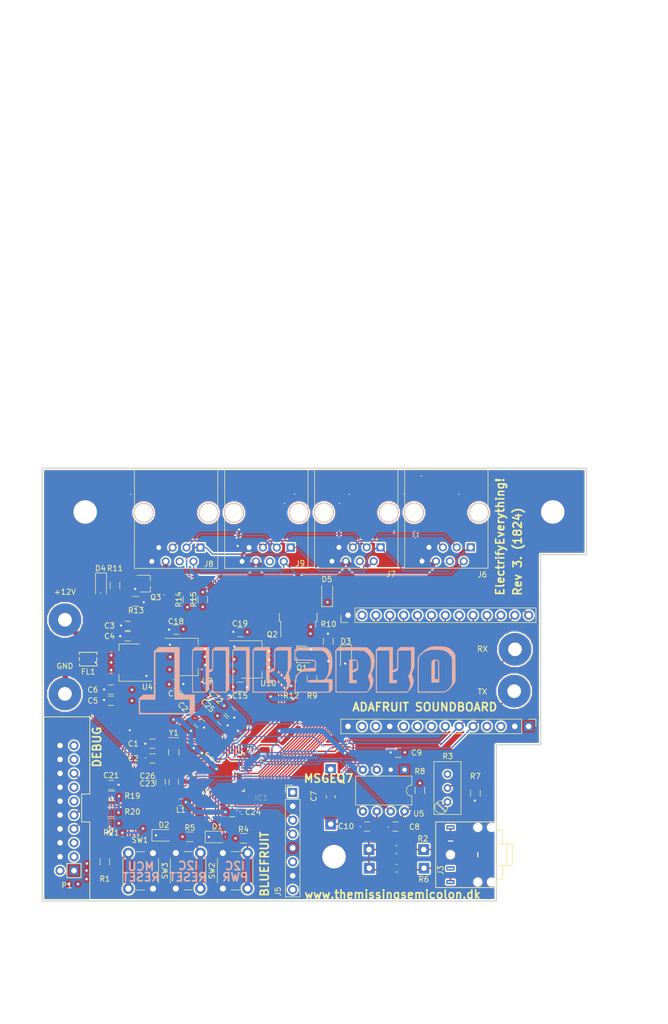
<source format=kicad_pcb>
(kicad_pcb (version 20171130) (host pcbnew "(5.0.0-rc2-dev-340-g7483a73a5)")
  (layers (0 F.Cu signal) (31 B.Cu signal) (34 B.Paste user) (35 F.Paste user) (36 B.SilkS user) (37 F.SilkS user) (38 B.Mask user) (39 F.Mask user) (44 Edge.Cuts user))
  (net 0 "")
  (net 1 GND)
  (net 2 "Net-(C1-Pad1)")
  (net 3 "Net-(C2-Pad1)")
  (net 4 +12V)
  (net 5 +5V)
  (net 6 "Net-(C7-Pad2)")
  (net 7 "Net-(C8-Pad2)")
  (net 8 VCC)
  (net 9 "Net-(C10-Pad1)")
  (net 10 /MCU_RESET)
  (net 11 /VDDANA)
  (net 12 /GNDANA)
  (net 13 /VDDCORE)
  (net 14 "Net-(FL1-Pad1)")
  (net 15 "Net-(FL1-Pad2)")
  (net 16 "Net-(IC1-Pad3)")
  (net 17 "Net-(IC1-Pad4)")
  (net 18 /DC_OUT)
  (net 19 "Net-(IC1-Pad8)")
  (net 20 "Net-(IC1-Pad9)")
  (net 21 /BLE_TX)
  (net 22 "Net-(IC1-Pad14)")
  (net 23 /BLE_RX)
  (net 24 /SB_BTN10)
  (net 25 "Net-(IC1-Pad19)")
  (net 26 "Net-(IC1-Pad20)")
  (net 27 /SB_BTN09)
  (net 28 /SB_BTN08)
  (net 29 /SB_BTN07)
  (net 30 /SB_BTN06)
  (net 31 /SB_BTN05)
  (net 32 /SB_BTN04)
  (net 33 /SB_BTN03)
  (net 34 /SB_BTN02)
  (net 35 /SB_BTN01)
  (net 36 /SB_BTN00)
  (net 37 /SDA)
  (net 38 /SCL)
  (net 39 /SAMPLE_STROBE)
  (net 40 /SAMPLE_RESET)
  (net 41 "Net-(IC1-Pad37)")
  (net 42 "Net-(IC1-Pad38)")
  (net 43 /SWCLK)
  (net 44 /SWDIO)
  (net 45 "Net-(J3-Pad2)")
  (net 46 "Net-(J3-Pad3)")
  (net 47 "Net-(J5-Pad8)")
  (net 48 "Net-(J5-Pad6)")
  (net 49 "Net-(J5-Pad1)")
  (net 50 /~RESET)
  (net 51 /CS)
  (net 52 /Soundboard/SB_ACT)
  (net 53 /Soundboard/SB_BUS)
  (net 54 /Soundboard/SB_PB)
  (net 55 /Soundboard/SB_VOL+)
  (net 56 /Soundboard/SB_VOL-)
  (net 57 /Soundboard/SB_CS)
  (net 58 /Soundboard/SB_R)
  (net 59 /Soundboard/SB_L)
  (net 60 "Net-(R1-Pad2)")
  (net 61 "Net-(P1-Pad19)")
  (net 62 "Net-(P1-Pad17)")
  (net 63 "Net-(P1-Pad13)")
  (net 64 "Net-(P1-Pad11)")
  (net 65 "Net-(P1-Pad5)")
  (net 66 "Net-(P1-Pad3)")
  (net 67 "Net-(P1-Pad2)")
  (net 68 /I2C_PWR_EN)
  (net 69 /VCC_I2C)
  (net 70 "Net-(D3-Pad1)")
  (net 71 "Net-(Q1-Pad3)")
  (net 72 "Net-(D4-Pad1)")
  (net 73 /I2C_RESET)
  (net 74 "Net-(J6-Pad4)")
  (net 75 "Net-(J7-Pad4)")
  (net 76 "Net-(J8-Pad4)")
  (net 77 "Net-(J9-Pad4)")
  (net 78 /SB_UG)
  (net 79 /SB_RESET)
  (net 80 /SB_TX)
  (net 81 /SB_RX)
  (net 82 "Net-(C7-Pad1)")
  (net 83 "Net-(IC1-Pad10)")
  (net 84 "Net-(R3-Pad2)")
  (net 85 "Net-(R3-Pad3)")
  (module Mounting_Holes:MountingHole_4.3mm_M4_Pad (layer F.Cu) (at 47.9 104.05)
    (fp_text reference REF** hide)
    (fp_text value MountingHole_4.3mm_M4_Pad)
    (pad "" thru_hole circle (at 0 0) (size 8.6 8.6) (drill 4.3) (layers *.Cu *.Mask) (net 1 GND))
  )
  (module Mounting_Holes:MountingHole_4.3mm_M4_Pad (layer F.Cu) (at 133.4 104.05)
    (fp_text reference REF** hide)
    (fp_text value MountingHole_4.3mm_M4_Pad)
    (pad "" thru_hole circle (at 0 0) (size 8.6 8.6) (drill 4.3) (layers *.Cu *.Mask) (net 1 GND))
  )
  (module Pin_Headers:Pin_Header_Straight_1x14_Pitch2.54mm (layer F.Cu) (at 95.98 122.92 90)
    (fp_text reference J11 hide)
    (fp_text value Conn_01x14)
    (pad 1 thru_hole rect (at 0 0 90) (size 1.7 1.7) (drill 1) (layers *.Cu *.Mask) (net 1 GND))
    (pad 2 thru_hole oval (at 0 2.54 90) (size 1.7 1.7) (drill 1) (layers *.Cu *.Mask) (net 52 /Soundboard/SB_ACT))
    (pad 3 thru_hole oval (at 0 5.08 90) (size 1.7 1.7) (drill 1) (layers *.Cu *.Mask) (net 24 /SB_BTN10))
    (pad 4 thru_hole oval (at 0 7.62 90) (size 1.7 1.7) (drill 1) (layers *.Cu *.Mask) (net 27 /SB_BTN09))
    (pad 5 thru_hole oval (at 0 10.16 90) (size 1.7 1.7) (drill 1) (layers *.Cu *.Mask) (net 28 /SB_BTN08))
    (pad 6 thru_hole oval (at 0 12.7 90) (size 1.7 1.7) (drill 1) (layers *.Cu *.Mask) (net 29 /SB_BTN07))
    (pad 7 thru_hole oval (at 0 15.24 90) (size 1.7 1.7) (drill 1) (layers *.Cu *.Mask) (net 30 /SB_BTN06))
    (pad 8 thru_hole oval (at 0 17.78 90) (size 1.7 1.7) (drill 1) (layers *.Cu *.Mask) (net 31 /SB_BTN05))
    (pad 9 thru_hole oval (at 0 20.32 90) (size 1.7 1.7) (drill 1) (layers *.Cu *.Mask) (net 32 /SB_BTN04))
    (pad 10 thru_hole oval (at 0 22.86 90) (size 1.7 1.7) (drill 1) (layers *.Cu *.Mask) (net 33 /SB_BTN03))
    (pad 11 thru_hole oval (at 0 25.4 90) (size 1.7 1.7) (drill 1) (layers *.Cu *.Mask) (net 34 /SB_BTN02))
    (pad 12 thru_hole oval (at 0 27.94 90) (size 1.7 1.7) (drill 1) (layers *.Cu *.Mask) (net 35 /SB_BTN01))
    (pad 13 thru_hole oval (at 0 30.48 90) (size 1.7 1.7) (drill 1) (layers *.Cu *.Mask) (net 36 /SB_BTN00))
    (pad 14 thru_hole oval (at 0 33.02 90) (size 1.7 1.7) (drill 1) (layers *.Cu *.Mask) (net 79 /SB_RESET))
  )
  (module Capacitors_SMD:C_0805_HandSoldering (layer F.Cu) (at 60.2 146.4 180)
    (fp_text reference C1 (at 3.5 0 180) (layer F.SilkS))
    (fp_text value 15pF)
    (pad 2 smd rect (at 1.25 0 180) (size 1.5 1.25) (layers F.Cu F.Paste F.Mask) (net 1 GND))
    (pad 1 smd rect (at -1.25 0 180) (size 1.5 1.25) (layers F.Cu F.Paste F.Mask) (net 2 "Net-(C1-Pad1)"))
  )
  (module Capacitors_SMD:C_0805_HandSoldering (layer F.Cu) (at 60.2 149.1 180)
    (fp_text reference C2 (at 3.5 0 180) (layer F.SilkS))
    (fp_text value 15pF)
    (pad 2 smd rect (at 1.25 0 180) (size 1.5 1.25) (layers F.Cu F.Paste F.Mask) (net 1 GND))
    (pad 1 smd rect (at -1.25 0 180) (size 1.5 1.25) (layers F.Cu F.Paste F.Mask) (net 3 "Net-(C2-Pad1)"))
  )
  (module Capacitors_SMD:C_0805_HandSoldering (layer F.Cu) (at 55.691903 124.873186 180)
    (fp_text reference C3 (at 3.341903 0.023186 180) (layer F.SilkS))
    (fp_text value 100nF)
    (pad 2 smd rect (at 1.25 0 180) (size 1.5 1.25) (layers F.Cu F.Paste F.Mask) (net 1 GND))
    (pad 1 smd rect (at -1.25 0 180) (size 1.5 1.25) (layers F.Cu F.Paste F.Mask) (net 4 +12V))
  )
  (module Capacitors_SMD:C_0805_HandSoldering (layer F.Cu) (at 55.691903 126.773186 180)
    (fp_text reference C4 (at 3.341903 0.023186 180) (layer F.SilkS))
    (fp_text value 100nF)
    (pad 2 smd rect (at 1.25 0 180) (size 1.5 1.25) (layers F.Cu F.Paste F.Mask) (net 1 GND))
    (pad 1 smd rect (at -1.25 0 180) (size 1.5 1.25) (layers F.Cu F.Paste F.Mask) (net 4 +12V))
  )
  (module Capacitors_SMD:C_0805_HandSoldering (layer F.Cu) (at 52.6 138.55 180)
    (fp_text reference C5 (at 3.3 0 180) (layer F.SilkS))
    (fp_text value 10uF)
    (pad 1 smd rect (at -1.25 0 180) (size 1.5 1.25) (layers F.Cu F.Paste F.Mask) (net 5 +5V))
    (pad 2 smd rect (at 1.25 0 180) (size 1.5 1.25) (layers F.Cu F.Paste F.Mask) (net 1 GND))
  )
  (module Capacitors_SMD:C_0805_HandSoldering (layer F.Cu) (at 52.6 136.5 180)
    (fp_text reference C6 (at 3.3 -0.05 180) (layer F.SilkS))
    (fp_text value 10uF)
    (pad 1 smd rect (at -1.25 0 180) (size 1.5 1.25) (layers F.Cu F.Paste F.Mask) (net 5 +5V))
    (pad 2 smd rect (at 1.25 0 180) (size 1.5 1.25) (layers F.Cu F.Paste F.Mask) (net 1 GND))
  )
  (module Capacitors_SMD:C_0805_HandSoldering (layer F.Cu) (at 104.65 161.55)
    (fp_text reference C8 (at 3.45 0.05 180) (layer F.SilkS))
    (fp_text value 33pF)
    (pad 1 smd rect (at -1.25 0) (size 1.5 1.25) (layers F.Cu F.Paste F.Mask) (net 1 GND))
    (pad 2 smd rect (at 1.25 0) (size 1.5 1.25) (layers F.Cu F.Paste F.Mask) (net 7 "Net-(C8-Pad2)"))
  )
  (module Capacitors_SMD:C_0805_HandSoldering (layer F.Cu) (at 105.1 148.05)
    (fp_text reference C9 (at 3.4 0 180) (layer F.SilkS))
    (fp_text value 0.1uF)
    (pad 1 smd rect (at -1.25 0) (size 1.5 1.25) (layers F.Cu F.Paste F.Mask) (net 1 GND))
    (pad 2 smd rect (at 1.25 0) (size 1.5 1.25) (layers F.Cu F.Paste F.Mask) (net 8 VCC))
  )
  (module Capacitors_SMD:C_0805_HandSoldering (layer F.Cu) (at 99.45 161.55 180)
    (fp_text reference C10 (at 3.85 0.05) (layer F.SilkS))
    (fp_text value 0.1uF)
    (pad 2 smd rect (at 1.25 0 180) (size 1.5 1.25) (layers F.Cu F.Paste F.Mask) (net 1 GND))
    (pad 1 smd rect (at -1.25 0 180) (size 1.5 1.25) (layers F.Cu F.Paste F.Mask) (net 9 "Net-(C10-Pad1)"))
  )
  (module Capacitors_SMD:C_0805_HandSoldering (layer F.Cu) (at 64.55 135.55)
    (fp_text reference C14 (at -0.05 1.7 180) (layer F.SilkS))
    (fp_text value 100nF)
    (pad 2 smd rect (at 1.25 0) (size 1.5 1.25) (layers F.Cu F.Paste F.Mask) (net 1 GND))
    (pad 1 smd rect (at -1.25 0) (size 1.5 1.25) (layers F.Cu F.Paste F.Mask) (net 5 +5V))
  )
  (module Capacitors_SMD:C_0805_HandSoldering (layer F.Cu) (at 76.25 136)
    (fp_text reference C15 (at -0.05 1.65 180) (layer F.SilkS))
    (fp_text value 100nF)
    (pad 1 smd rect (at -1.25 0) (size 1.5 1.25) (layers F.Cu F.Paste F.Mask) (net 5 +5V))
    (pad 2 smd rect (at 1.25 0) (size 1.5 1.25) (layers F.Cu F.Paste F.Mask) (net 1 GND))
  )
  (module Capacitors_SMD:C_0805_HandSoldering (layer F.Cu) (at 64.55 125.55 180)
    (fp_text reference C18 (at 0.05 1.5) (layer F.SilkS))
    (fp_text value 10uF)
    (pad 1 smd rect (at -1.25 0 180) (size 1.5 1.25) (layers F.Cu F.Paste F.Mask) (net 8 VCC))
    (pad 2 smd rect (at 1.25 0 180) (size 1.5 1.25) (layers F.Cu F.Paste F.Mask) (net 1 GND))
  )
  (module Capacitors_SMD:C_0805_HandSoldering (layer F.Cu) (at 76.25 126 180)
    (fp_text reference C19 (at 0.05 1.55) (layer F.SilkS))
    (fp_text value 10uF)
    (pad 1 smd rect (at -1.25 0 180) (size 1.5 1.25) (layers F.Cu F.Paste F.Mask) (net 8 VCC))
    (pad 2 smd rect (at 1.25 0 180) (size 1.5 1.25) (layers F.Cu F.Paste F.Mask) (net 1 GND))
  )
  (module Capacitors_SMD:C_0805_HandSoldering (layer F.Cu) (at 52.65 153.95)
    (fp_text reference C21 (at 0 -1.75) (layer F.SilkS))
    (fp_text value 100nF)
    (pad 1 smd rect (at -1.25 0) (size 1.5 1.25) (layers F.Cu F.Paste F.Mask) (net 10 /MCU_RESET))
    (pad 2 smd rect (at 1.25 0) (size 1.5 1.25) (layers F.Cu F.Paste F.Mask) (net 1 GND))
  )
  (module Capacitors_SMD:C_0805_HandSoldering (layer F.Cu) (at 74.45 140.6 315)
    (fp_text reference C22 (at -3.818377 0 315) (layer F.SilkS))
    (fp_text value 10uF)
    (pad 1 smd rect (at -1.249999 0 315) (size 1.5 1.25) (layers F.Cu F.Paste F.Mask) (net 8 VCC))
    (pad 2 smd rect (at 1.249999 0 315) (size 1.5 1.25) (layers F.Cu F.Paste F.Mask) (net 1 GND))
  )
  (module Capacitors_SMD:C_0805_HandSoldering (layer F.Cu) (at 64.1 153.4 90)
    (fp_text reference C23 (at -0.3 -4.8 180) (layer F.SilkS))
    (fp_text value 10uF)
    (pad 2 smd rect (at 1.25 0 90) (size 1.5 1.25) (layers F.Cu F.Paste F.Mask) (net 12 /GNDANA))
    (pad 1 smd rect (at -1.25 0 90) (size 1.5 1.25) (layers F.Cu F.Paste F.Mask) (net 11 /VDDANA))
  )
  (module Capacitors_SMD:C_0805_HandSoldering (layer F.Cu) (at 74.8 158.9)
    (fp_text reference C24 (at 3.8 0) (layer F.SilkS))
    (fp_text value 100nF)
    (pad 2 smd rect (at 1.25 0) (size 1.5 1.25) (layers F.Cu F.Paste F.Mask) (net 1 GND))
    (pad 1 smd rect (at -1.25 0) (size 1.5 1.25) (layers F.Cu F.Paste F.Mask) (net 8 VCC))
  )
  (module Capacitors_SMD:C_0805_HandSoldering (layer F.Cu) (at 73 142.1 315)
    (fp_text reference C25 (at -3.818377 0 315) (layer F.SilkS))
    (fp_text value 100nF)
    (pad 2 smd rect (at 1.249999 0 315) (size 1.5 1.25) (layers F.Cu F.Paste F.Mask) (net 1 GND))
    (pad 1 smd rect (at -1.249999 0 315) (size 1.5 1.25) (layers F.Cu F.Paste F.Mask) (net 8 VCC))
  )
  (module Capacitors_SMD:C_0805_HandSoldering (layer F.Cu) (at 61.7 153.4 90)
    (fp_text reference C26 (at 1.1 -2.4 180) (layer F.SilkS))
    (fp_text value 100nF)
    (pad 1 smd rect (at -1.25 0 90) (size 1.5 1.25) (layers F.Cu F.Paste F.Mask) (net 11 /VDDANA))
    (pad 2 smd rect (at 1.25 0 90) (size 1.5 1.25) (layers F.Cu F.Paste F.Mask) (net 12 /GNDANA))
  )
  (module Capacitors_SMD:C_0805_HandSoldering (layer F.Cu) (at 68.8 142.6 315)
    (fp_text reference C27 (at -3.747666 0.070711 315) (layer F.SilkS))
    (fp_text value 1uF)
    (pad 2 smd rect (at 1.249999 0 315) (size 1.5 1.25) (layers F.Cu F.Paste F.Mask) (net 1 GND))
    (pad 1 smd rect (at -1.249999 0 315) (size 1.5 1.25) (layers F.Cu F.Paste F.Mask) (net 13 /VDDCORE))
  )
  (module athir:ACP3225 (layer F.Cu) (at 48.45 130.95)
    (fp_text reference FL1 (at 0 2.3) (layer F.SilkS))
    (fp_text value ACP3225)
    (pad 1 smd rect (at -1.4 -0.575) (size 0.9 0.4) (layers F.Cu F.Paste F.Mask) (net 14 "Net-(FL1-Pad1)"))
    (pad 2 smd rect (at -1.4 0.575) (size 0.9 0.4) (layers F.Cu F.Paste F.Mask) (net 15 "Net-(FL1-Pad2)"))
    (pad 4 smd rect (at 1.4 -0.575) (size 0.9 0.4) (layers F.Cu F.Paste F.Mask) (net 4 +12V))
    (pad 3 smd rect (at 1.4 0.575) (size 0.9 0.4) (layers F.Cu F.Paste F.Mask) (net 1 GND))
  )
  (module athir:SJ1-35235 (layer F.Cu) (at 114.7 166.7 180)
    (fp_text reference J3 (at 1.8 -2.825 -90) (layer F.SilkS))
    (fp_text value Audio-Jack-4)
    (pad 2 thru_hole rect (at 0 5 180) (size 1.5 0.8) (drill oval 1 0.2) (layers *.Cu *.Mask) (net 45 "Net-(J3-Pad2)"))
    (pad 3 thru_hole rect (at 0 -5 180) (size 1.5 0.8) (drill oval 1 0.2) (layers *.Cu *.Mask) (net 46 "Net-(J3-Pad3)"))
    (pad 4 thru_hole rect (at 0 2.5 180) (size 1.5 0.8) (drill oval 1 0.2) (layers *.Cu *.Mask) (net 1 GND))
    (pad 5 thru_hole rect (at 0 -2.5 180) (size 1.5 0.8) (drill oval 1 0.2) (layers *.Cu *.Mask))
    (pad "" thru_hole circle (at 0 0 180) (size 1.2 1.2) (drill 1.2) (layers *.Cu *.Mask))
    (pad "" thru_hole circle (at -5 5 180) (size 1.2 1.2) (drill 1.2) (layers *.Cu *.Mask))
    (pad "" thru_hole circle (at -7.5 5 180) (size 1.2 1.2) (drill 1.2) (layers *.Cu *.Mask))
    (pad "" thru_hole circle (at -5 -5 180) (size 1.2 1.2) (drill 1.2) (layers *.Cu *.Mask))
    (pad "" thru_hole circle (at -7.5 -5 180) (size 1.2 1.2) (drill 1.2) (layers *.Cu *.Mask))
    (pad 1 thru_hole rect (at -5 0 180) (size 0.8 1.5) (drill oval 0.2 1) (layers *.Cu *.Mask) (net 1 GND))
  )
  (module Pin_Headers:Pin_Header_Straight_1x08_Pitch2.54mm (layer F.Cu) (at 85.85 155.3)
    (fp_text reference J5 (at -2.7 18.1 90) (layer F.SilkS))
    (fp_text value BLUEFRUIT)
    (pad 1 thru_hole rect (at 0 0) (size 1.7 1.7) (drill 1) (layers *.Cu *.Mask) (net 49 "Net-(J5-Pad1)"))
    (pad 2 thru_hole oval (at 0 2.54) (size 1.7 1.7) (drill 1) (layers *.Cu *.Mask) (net 1 GND))
    (pad 3 thru_hole oval (at 0 5.08) (size 1.7 1.7) (drill 1) (layers *.Cu *.Mask) (net 21 /BLE_TX))
    (pad 4 thru_hole oval (at 0 7.62) (size 1.7 1.7) (drill 1) (layers *.Cu *.Mask) (net 23 /BLE_RX))
    (pad 5 thru_hole oval (at 0 10.16) (size 1.7 1.7) (drill 1) (layers *.Cu *.Mask) (net 8 VCC))
    (pad 6 thru_hole oval (at 0 12.7) (size 1.7 1.7) (drill 1) (layers *.Cu *.Mask) (net 48 "Net-(J5-Pad6)"))
    (pad 7 thru_hole oval (at 0 15.24) (size 1.7 1.7) (drill 1) (layers *.Cu *.Mask) (net 1 GND))
    (pad 8 thru_hole oval (at 0 17.78) (size 1.7 1.7) (drill 1) (layers *.Cu *.Mask) (net 47 "Net-(J5-Pad8)"))
  )
  (module Connect:RJ45_8 (layer F.Cu) (at 118.389999 110.514999 180)
    (fp_text reference J6 (at -2.135001 -4.985001 180) (layer F.SilkS))
    (fp_text value RJ45)
    (pad 8 thru_hole circle (at 8.89 -2.54 180) (size 1.5 1.5) (drill 0.9) (layers *.Cu *.Mask) (net 1 GND))
    (pad 7 thru_hole circle (at 7.62 0 180) (size 1.5 1.5) (drill 0.9) (layers *.Cu *.Mask) (net 1 GND))
    (pad 6 thru_hole circle (at 6.35 -2.54 180) (size 1.5 1.5) (drill 0.9) (layers *.Cu *.Mask) (net 69 /VCC_I2C))
    (pad 5 thru_hole circle (at 5.08 0 180) (size 1.5 1.5) (drill 0.9) (layers *.Cu *.Mask) (net 50 /~RESET))
    (pad 4 thru_hole circle (at 3.81 -2.54 180) (size 1.5 1.5) (drill 0.9) (layers *.Cu *.Mask) (net 74 "Net-(J6-Pad4)"))
    (pad 3 thru_hole circle (at 2.54 0 180) (size 1.5 1.5) (drill 0.9) (layers *.Cu *.Mask) (net 51 /CS))
    (pad 2 thru_hole circle (at 1.27 -2.54 180) (size 1.5 1.5) (drill 0.9) (layers *.Cu *.Mask) (net 38 /SCL))
    (pad 1 thru_hole rect (at 0 0 180) (size 1.5 1.5) (drill 0.9) (layers *.Cu *.Mask) (net 37 /SDA))
    (pad Hole np_thru_hole circle (at -1.49 6.35 180) (size 3.65 3.65) (drill 3.25) (layers *.Cu *.SilkS *.Mask))
    (pad Hole np_thru_hole circle (at 10.38 6.35 180) (size 3.65 3.65) (drill 3.25) (layers *.Cu *.SilkS *.Mask))
  )
  (module Connect:RJ45_8 (layer F.Cu) (at 101.919999 110.514999 180)
    (fp_text reference J7 (at -1.905001 -4.885001 180) (layer F.SilkS))
    (fp_text value RJ45)
    (pad Hole np_thru_hole circle (at 10.38 6.35 180) (size 3.65 3.65) (drill 3.25) (layers *.Cu *.SilkS *.Mask))
    (pad Hole np_thru_hole circle (at -1.49 6.35 180) (size 3.65 3.65) (drill 3.25) (layers *.Cu *.SilkS *.Mask))
    (pad 1 thru_hole rect (at 0 0 180) (size 1.5 1.5) (drill 0.9) (layers *.Cu *.Mask) (net 37 /SDA))
    (pad 2 thru_hole circle (at 1.27 -2.54 180) (size 1.5 1.5) (drill 0.9) (layers *.Cu *.Mask) (net 38 /SCL))
    (pad 3 thru_hole circle (at 2.54 0 180) (size 1.5 1.5) (drill 0.9) (layers *.Cu *.Mask) (net 51 /CS))
    (pad 4 thru_hole circle (at 3.81 -2.54 180) (size 1.5 1.5) (drill 0.9) (layers *.Cu *.Mask) (net 75 "Net-(J7-Pad4)"))
    (pad 5 thru_hole circle (at 5.08 0 180) (size 1.5 1.5) (drill 0.9) (layers *.Cu *.Mask) (net 50 /~RESET))
    (pad 6 thru_hole circle (at 6.35 -2.54 180) (size 1.5 1.5) (drill 0.9) (layers *.Cu *.Mask) (net 69 /VCC_I2C))
    (pad 7 thru_hole circle (at 7.62 0 180) (size 1.5 1.5) (drill 0.9) (layers *.Cu *.Mask) (net 1 GND))
    (pad 8 thru_hole circle (at 8.89 -2.54 180) (size 1.5 1.5) (drill 0.9) (layers *.Cu *.Mask) (net 1 GND))
  )
  (module Connect:RJ45_8 (layer F.Cu) (at 68.975 110.55 180)
    (fp_text reference J8 (at -1.525 -3 180) (layer F.SilkS))
    (fp_text value RJ45)
    (pad 8 thru_hole circle (at 8.89 -2.54 180) (size 1.5 1.5) (drill 0.9) (layers *.Cu *.Mask) (net 1 GND))
    (pad 7 thru_hole circle (at 7.62 0 180) (size 1.5 1.5) (drill 0.9) (layers *.Cu *.Mask) (net 1 GND))
    (pad 6 thru_hole circle (at 6.35 -2.54 180) (size 1.5 1.5) (drill 0.9) (layers *.Cu *.Mask) (net 69 /VCC_I2C))
    (pad 5 thru_hole circle (at 5.08 0 180) (size 1.5 1.5) (drill 0.9) (layers *.Cu *.Mask) (net 50 /~RESET))
    (pad 4 thru_hole circle (at 3.81 -2.54 180) (size 1.5 1.5) (drill 0.9) (layers *.Cu *.Mask) (net 76 "Net-(J8-Pad4)"))
    (pad 3 thru_hole circle (at 2.54 0 180) (size 1.5 1.5) (drill 0.9) (layers *.Cu *.Mask) (net 51 /CS))
    (pad 2 thru_hole circle (at 1.27 -2.54 180) (size 1.5 1.5) (drill 0.9) (layers *.Cu *.Mask) (net 38 /SCL))
    (pad 1 thru_hole rect (at 0 0 180) (size 1.5 1.5) (drill 0.9) (layers *.Cu *.Mask) (net 37 /SDA))
    (pad Hole np_thru_hole circle (at -1.49 6.35 180) (size 3.65 3.65) (drill 3.25) (layers *.Cu *.SilkS *.Mask))
    (pad Hole np_thru_hole circle (at 10.38 6.35 180) (size 3.65 3.65) (drill 3.25) (layers *.Cu *.SilkS *.Mask))
  )
  (module Connect:RJ45_8 (layer F.Cu) (at 85.475 110.55 180)
    (fp_text reference J9 (at -1.75 -2.9 180) (layer F.SilkS))
    (fp_text value RJ45)
    (pad Hole np_thru_hole circle (at 10.38 6.35 180) (size 3.65 3.65) (drill 3.25) (layers *.Cu *.SilkS *.Mask))
    (pad Hole np_thru_hole circle (at -1.49 6.35 180) (size 3.65 3.65) (drill 3.25) (layers *.Cu *.SilkS *.Mask))
    (pad 1 thru_hole rect (at 0 0 180) (size 1.5 1.5) (drill 0.9) (layers *.Cu *.Mask) (net 37 /SDA))
    (pad 2 thru_hole circle (at 1.27 -2.54 180) (size 1.5 1.5) (drill 0.9) (layers *.Cu *.Mask) (net 38 /SCL))
    (pad 3 thru_hole circle (at 2.54 0 180) (size 1.5 1.5) (drill 0.9) (layers *.Cu *.Mask) (net 51 /CS))
    (pad 4 thru_hole circle (at 3.81 -2.54 180) (size 1.5 1.5) (drill 0.9) (layers *.Cu *.Mask) (net 77 "Net-(J9-Pad4)"))
    (pad 5 thru_hole circle (at 5.08 0 180) (size 1.5 1.5) (drill 0.9) (layers *.Cu *.Mask) (net 50 /~RESET))
    (pad 6 thru_hole circle (at 6.35 -2.54 180) (size 1.5 1.5) (drill 0.9) (layers *.Cu *.Mask) (net 69 /VCC_I2C))
    (pad 7 thru_hole circle (at 7.62 0 180) (size 1.5 1.5) (drill 0.9) (layers *.Cu *.Mask) (net 1 GND))
    (pad 8 thru_hole circle (at 8.89 -2.54 180) (size 1.5 1.5) (drill 0.9) (layers *.Cu *.Mask) (net 1 GND))
  )
  (module Pin_Headers:Pin_Header_Straight_1x14_Pitch2.54mm (layer F.Cu) (at 128.99 143.24 270)
    (fp_text reference J12 hide)
    (fp_text value Conn_01x14)
    (pad 14 thru_hole oval (at 0 33.02 270) (size 1.7 1.7) (drill 1) (layers *.Cu *.Mask) (net 1 GND))
    (pad 13 thru_hole oval (at 0 30.48 270) (size 1.7 1.7) (drill 1) (layers *.Cu *.Mask) (net 59 /Soundboard/SB_L))
    (pad 12 thru_hole oval (at 0 27.94 270) (size 1.7 1.7) (drill 1) (layers *.Cu *.Mask) (net 58 /Soundboard/SB_R))
    (pad 11 thru_hole oval (at 0 25.4 270) (size 1.7 1.7) (drill 1) (layers *.Cu *.Mask) (net 1 GND))
    (pad 10 thru_hole oval (at 0 22.86 270) (size 1.7 1.7) (drill 1) (layers *.Cu *.Mask) (net 57 /Soundboard/SB_CS))
    (pad 9 thru_hole oval (at 0 20.32 270) (size 1.7 1.7) (drill 1) (layers *.Cu *.Mask) (net 56 /Soundboard/SB_VOL-))
    (pad 8 thru_hole oval (at 0 17.78 270) (size 1.7 1.7) (drill 1) (layers *.Cu *.Mask) (net 55 /Soundboard/SB_VOL+))
    (pad 7 thru_hole oval (at 0 15.24 270) (size 1.7 1.7) (drill 1) (layers *.Cu *.Mask) (net 78 /SB_UG))
    (pad 6 thru_hole oval (at 0 12.7 270) (size 1.7 1.7) (drill 1) (layers *.Cu *.Mask) (net 81 /SB_RX))
    (pad 5 thru_hole oval (at 0 10.16 270) (size 1.7 1.7) (drill 1) (layers *.Cu *.Mask) (net 80 /SB_TX))
    (pad 4 thru_hole oval (at 0 7.62 270) (size 1.7 1.7) (drill 1) (layers *.Cu *.Mask) (net 54 /Soundboard/SB_PB))
    (pad 3 thru_hole oval (at 0 5.08 270) (size 1.7 1.7) (drill 1) (layers *.Cu *.Mask) (net 53 /Soundboard/SB_BUS))
    (pad 2 thru_hole oval (at 0 2.54 270) (size 1.7 1.7) (drill 1) (layers *.Cu *.Mask) (net 1 GND))
    (pad 1 thru_hole rect (at 0 0 270) (size 1.7 1.7) (drill 1) (layers *.Cu *.Mask) (net 8 VCC))
  )
  (module Capacitors_SMD:C_0603_HandSoldering (layer F.Cu) (at 65.4 157.1)
    (fp_text reference L1 (at 0 1.4) (layer F.SilkS))
    (fp_text value Ferrite_Bead_Small)
    (pad 2 smd rect (at 0.95 0) (size 1.2 0.75) (layers F.Cu F.Paste F.Mask) (net 8 VCC))
    (pad 1 smd rect (at -0.95 0) (size 1.2 0.75) (layers F.Cu F.Paste F.Mask) (net 11 /VDDANA))
  )
  (module Resistors_SMD:R_0805_HandSoldering (layer F.Cu) (at 51.5 168 270)
    (fp_text reference R1 (at 3.1 0) (layer F.SilkS))
    (fp_text value 330)
    (pad 2 smd rect (at 1.35 0 270) (size 1.5 1.3) (layers F.Cu F.Paste F.Mask) (net 60 "Net-(R1-Pad2)"))
    (pad 1 smd rect (at -1.35 0 270) (size 1.5 1.3) (layers F.Cu F.Paste F.Mask) (net 10 /MCU_RESET))
  )
  (module Resistors_SMD:R_0805_HandSoldering (layer F.Cu) (at 76.85 163.7)
    (fp_text reference R4 (at 0 -1.65) (layer F.SilkS))
    (fp_text value 10k)
    (pad 2 smd rect (at 1.35 0) (size 1.5 1.3) (layers F.Cu F.Paste F.Mask) (net 68 /I2C_PWR_EN))
    (pad 1 smd rect (at -1.35 0) (size 1.5 1.3) (layers F.Cu F.Paste F.Mask) (net 8 VCC))
  )
  (module Resistors_SMD:R_0805_HandSoldering (layer F.Cu) (at 67.05 163.425)
    (fp_text reference R5 (at 0 -1.675) (layer F.SilkS))
    (fp_text value 10k)
    (pad 1 smd rect (at -1.35 0) (size 1.5 1.3) (layers F.Cu F.Paste F.Mask) (net 8 VCC))
    (pad 2 smd rect (at 1.35 0) (size 1.5 1.3) (layers F.Cu F.Paste F.Mask) (net 73 /I2C_RESET))
  )
  (module Resistors_SMD:R_0805_HandSoldering (layer F.Cu) (at 119.25 155.45 90)
    (fp_text reference R7 (at 3.1 0 180) (layer F.SilkS))
    (fp_text value 220)
    (pad 1 smd rect (at -1.35 0 90) (size 1.5 1.3) (layers F.Cu F.Paste F.Mask) (net 1 GND))
    (pad 2 smd rect (at 1.35 0 90) (size 1.5 1.3) (layers F.Cu F.Paste F.Mask) (net 84 "Net-(R3-Pad2)"))
  )
  (module Resistors_SMD:R_0805_HandSoldering (layer F.Cu) (at 109.1 154.95 90)
    (fp_text reference R8 (at 3.5 0 180) (layer F.SilkS))
    (fp_text value 200k)
    (pad 1 smd rect (at -1.35 0 90) (size 1.5 1.3) (layers F.Cu F.Paste F.Mask) (net 7 "Net-(C8-Pad2)"))
    (pad 2 smd rect (at 1.35 0 90) (size 1.5 1.3) (layers F.Cu F.Paste F.Mask) (net 8 VCC))
  )
  (module Resistors_SMD:R_0805_HandSoldering (layer F.Cu) (at 89.375 134.55 270)
    (fp_text reference R9 (at 3.1 -0.025) (layer F.SilkS))
    (fp_text value 200)
    (pad 1 smd rect (at -1.35 0 270) (size 1.5 1.3) (layers F.Cu F.Paste F.Mask) (net 70 "Net-(D3-Pad1)"))
    (pad 2 smd rect (at 1.35 0 270) (size 1.5 1.3) (layers F.Cu F.Paste F.Mask) (net 68 /I2C_PWR_EN))
  )
  (module Resistors_SMD:R_0805_HandSoldering (layer F.Cu) (at 92.35 127.675 90)
    (fp_text reference R10 (at 3.125 0.05 180) (layer F.SilkS))
    (fp_text value 10k)
    (pad 2 smd rect (at 1.35 0 90) (size 1.5 1.3) (layers F.Cu F.Paste F.Mask) (net 1 GND))
    (pad 1 smd rect (at -1.35 0 90) (size 1.5 1.3) (layers F.Cu F.Paste F.Mask) (net 70 "Net-(D3-Pad1)"))
  )
  (module Resistors_SMD:R_0805_HandSoldering (layer F.Cu) (at 53.35 117.475 270)
    (fp_text reference R11 (at -3.125 0) (layer F.SilkS))
    (fp_text value 200)
    (pad 2 smd rect (at 1.35 0 270) (size 1.5 1.3) (layers F.Cu F.Paste F.Mask) (net 73 /I2C_RESET))
    (pad 1 smd rect (at -1.35 0 270) (size 1.5 1.3) (layers F.Cu F.Paste F.Mask) (net 72 "Net-(D4-Pad1)"))
  )
  (module Resistors_SMD:R_0805_HandSoldering (layer F.Cu) (at 85.575 134.5 90)
    (fp_text reference R12 (at -3.1 0 180) (layer F.SilkS))
    (fp_text value 10k)
    (pad 1 smd rect (at -1.35 0 90) (size 1.5 1.3) (layers F.Cu F.Paste F.Mask) (net 8 VCC))
    (pad 2 smd rect (at 1.35 0 90) (size 1.5 1.3) (layers F.Cu F.Paste F.Mask) (net 71 "Net-(Q1-Pad3)"))
  )
  (module Resistors_SMD:R_0805_HandSoldering (layer F.Cu) (at 57.15 120.375)
    (fp_text reference R13 (at 0.05 1.675 180) (layer F.SilkS))
    (fp_text value 10k)
    (pad 1 smd rect (at -1.35 0) (size 1.5 1.3) (layers F.Cu F.Paste F.Mask) (net 72 "Net-(D4-Pad1)"))
    (pad 2 smd rect (at 1.35 0) (size 1.5 1.3) (layers F.Cu F.Paste F.Mask) (net 1 GND))
  )
  (module Resistors_SMD:R_0805_HandSoldering (layer F.Cu) (at 52.75 155.95 180)
    (fp_text reference R19 (at -3.8 0 180) (layer F.SilkS))
    (fp_text value 100kohm)
    (pad 1 smd rect (at -1.35 0 180) (size 1.5 1.3) (layers F.Cu F.Paste F.Mask) (net 8 VCC))
    (pad 2 smd rect (at 1.35 0 180) (size 1.5 1.3) (layers F.Cu F.Paste F.Mask) (net 10 /MCU_RESET))
  )
  (module Resistors_SMD:R_0805_HandSoldering (layer F.Cu) (at 52.6 158.85 180)
    (fp_text reference R20 (at -3.95 0 180) (layer F.SilkS))
    (fp_text value 100kohm)
    (pad 2 smd rect (at 1.35 0 180) (size 1.5 1.3) (layers F.Cu F.Paste F.Mask) (net 43 /SWCLK))
    (pad 1 smd rect (at -1.35 0 180) (size 1.5 1.3) (layers F.Cu F.Paste F.Mask) (net 8 VCC))
  )
  (module Resistors_SMD:R_0805_HandSoldering (layer F.Cu) (at 52.65 160.95 180)
    (fp_text reference R21 (at 0 -1.7 180) (layer F.SilkS))
    (fp_text value 100kohm)
    (pad 1 smd rect (at -1.35 0 180) (size 1.5 1.3) (layers F.Cu F.Paste F.Mask) (net 8 VCC))
    (pad 2 smd rect (at 1.35 0 180) (size 1.5 1.3) (layers F.Cu F.Paste F.Mask) (net 44 /SWDIO))
  )
  (module Buttons_Switches_ThroughHole:SW_PUSH_6mm (layer F.Cu) (at 60.3 166.4 270)
    (fp_text reference SW1 (at -2.4 2.4) (layer F.SilkS))
    (fp_text value SW_RESET)
    (pad 1 thru_hole circle (at 6.5 0) (size 2 2) (drill 1.1) (layers *.Cu *.Mask) (net 1 GND))
    (pad 2 thru_hole circle (at 6.5 4.5) (size 2 2) (drill 1.1) (layers *.Cu *.Mask) (net 60 "Net-(R1-Pad2)"))
    (pad 1 thru_hole circle (at 0 0) (size 2 2) (drill 1.1) (layers *.Cu *.Mask) (net 1 GND))
    (pad 2 thru_hole circle (at 0 4.5) (size 2 2) (drill 1.1) (layers *.Cu *.Mask) (net 60 "Net-(R1-Pad2)"))
  )
  (module TO_SOT_Packages_SMD:SOT-223-3_TabPin2 (layer F.Cu) (at 55.991903 131.573186 180)
    (fp_text reference U4 (at -3.308097 -4.476814 180) (layer F.SilkS))
    (fp_text value LD1117S50TR_SOT223)
    (pad 1 smd rect (at -3.15 -2.3 180) (size 2 1.5) (layers F.Cu F.Paste F.Mask) (net 1 GND))
    (pad 3 smd rect (at -3.15 2.3 180) (size 2 1.5) (layers F.Cu F.Paste F.Mask) (net 4 +12V))
    (pad 2 smd rect (at -3.15 0 180) (size 2 1.5) (layers F.Cu F.Paste F.Mask) (net 5 +5V))
    (pad 2 smd rect (at 3.15 0 180) (size 2 3.8) (layers F.Cu F.Paste F.Mask) (net 5 +5V))
  )
  (module Housings_DIP:DIP-8_W7.62mm (layer F.Cu) (at 106.3 151.15 270)
    (fp_text reference U5 (at 8.05 -2.6) (layer F.SilkS))
    (fp_text value MSGEQ7)
    (pad 8 thru_hole oval (at 7.62 0 270) (size 1.6 1.6) (drill 0.8) (layers *.Cu *.Mask) (net 7 "Net-(C8-Pad2)"))
    (pad 4 thru_hole oval (at 0 7.62 270) (size 1.6 1.6) (drill 0.8) (layers *.Cu *.Mask) (net 39 /SAMPLE_STROBE))
    (pad 7 thru_hole oval (at 7.62 2.54 270) (size 1.6 1.6) (drill 0.8) (layers *.Cu *.Mask) (net 40 /SAMPLE_RESET))
    (pad 3 thru_hole oval (at 0 5.08 270) (size 1.6 1.6) (drill 0.8) (layers *.Cu *.Mask) (net 18 /DC_OUT))
    (pad 6 thru_hole oval (at 7.62 5.08 270) (size 1.6 1.6) (drill 0.8) (layers *.Cu *.Mask) (net 9 "Net-(C10-Pad1)"))
    (pad 2 thru_hole oval (at 0 2.54 270) (size 1.6 1.6) (drill 0.8) (layers *.Cu *.Mask) (net 1 GND))
    (pad 5 thru_hole oval (at 7.62 7.62 270) (size 1.6 1.6) (drill 0.8) (layers *.Cu *.Mask) (net 6 "Net-(C7-Pad2)"))
    (pad 1 thru_hole rect (at 0 0 270) (size 1.6 1.6) (drill 0.8) (layers *.Cu *.Mask) (net 8 VCC))
  )
  (module TO_SOT_Packages_SMD:SOT-223-3_TabPin2 (layer F.Cu) (at 66.65 130.55)
    (fp_text reference U9 (at 3.55 4.4 180) (layer F.SilkS))
    (fp_text value AP1117-15)
    (pad 2 smd rect (at 3.15 0) (size 2 3.8) (layers F.Cu F.Paste F.Mask) (net 8 VCC))
    (pad 2 smd rect (at -3.15 0) (size 2 1.5) (layers F.Cu F.Paste F.Mask) (net 8 VCC))
    (pad 3 smd rect (at -3.15 2.3) (size 2 1.5) (layers F.Cu F.Paste F.Mask) (net 5 +5V))
    (pad 1 smd rect (at -3.15 -2.3) (size 2 1.5) (layers F.Cu F.Paste F.Mask) (net 1 GND))
  )
  (module TO_SOT_Packages_SMD:SOT-223-3_TabPin2 (layer F.Cu) (at 78.35 131)
    (fp_text reference U10 (at 3.05 4.35 180) (layer F.SilkS))
    (fp_text value AP1117-15)
    (pad 1 smd rect (at -3.15 -2.3) (size 2 1.5) (layers F.Cu F.Paste F.Mask) (net 1 GND))
    (pad 3 smd rect (at -3.15 2.3) (size 2 1.5) (layers F.Cu F.Paste F.Mask) (net 5 +5V))
    (pad 2 smd rect (at -3.15 0) (size 2 1.5) (layers F.Cu F.Paste F.Mask) (net 8 VCC))
    (pad 2 smd rect (at 3.15 0) (size 2 3.8) (layers F.Cu F.Paste F.Mask) (net 8 VCC))
  )
  (module Crystals:Crystal_SMD_G8-2pin_3.2x1.5mm_HandSoldering (layer F.Cu) (at 64.1 147.975 270)
    (fp_text reference Y1 (at -3.575 0) (layer F.SilkS))
    (fp_text value Crystal_Small)
    (pad 2 smd rect (at 1.625 0 270) (size 1.75 1.8) (layers F.Cu F.Paste F.Mask) (net 3 "Net-(C2-Pad1)"))
    (pad 1 smd rect (at -1.625 0 270) (size 1.75 1.8) (layers F.Cu F.Paste F.Mask) (net 2 "Net-(C1-Pad1)"))
  )
  (module Buttons_Switches_ThroughHole:SW_PUSH_6mm (layer F.Cu) (at 73.0825 172.879999 90)
    (fp_text reference SW2 (at 3.25 -2 90) (layer F.SilkS))
    (fp_text value I2C_PWR)
    (pad 1 thru_hole circle (at 6.5 0 180) (size 2 2) (drill 1.1) (layers *.Cu *.Mask) (net 1 GND))
    (pad 2 thru_hole circle (at 6.5 4.5 180) (size 2 2) (drill 1.1) (layers *.Cu *.Mask) (net 68 /I2C_PWR_EN))
    (pad 1 thru_hole circle (at 0 0 180) (size 2 2) (drill 1.1) (layers *.Cu *.Mask) (net 1 GND))
    (pad 2 thru_hole circle (at 0 4.5 180) (size 2 2) (drill 1.1) (layers *.Cu *.Mask) (net 68 /I2C_PWR_EN))
  )
  (module Buttons_Switches_ThroughHole:SW_PUSH_6mm (layer F.Cu) (at 64.475 172.875 90)
    (fp_text reference SW3 (at 3.25 -2 90) (layer F.SilkS))
    (fp_text value I2C_RESET)
    (pad 2 thru_hole circle (at 0 4.5 180) (size 2 2) (drill 1.1) (layers *.Cu *.Mask) (net 73 /I2C_RESET))
    (pad 1 thru_hole circle (at 0 0 180) (size 2 2) (drill 1.1) (layers *.Cu *.Mask) (net 1 GND))
    (pad 2 thru_hole circle (at 6.5 4.5 180) (size 2 2) (drill 1.1) (layers *.Cu *.Mask) (net 73 /I2C_RESET))
    (pad 1 thru_hole circle (at 6.5 0 180) (size 2 2) (drill 1.1) (layers *.Cu *.Mask) (net 1 GND))
  )
  (module Diodes_SMD:D_1206 (layer F.Cu) (at 62.3 163.15)
    (fp_text reference D2 (at 0 -1.9) (layer F.SilkS))
    (fp_text value "I2C PWR")
    (pad 2 smd rect (at 1.5 0) (size 1 1.6) (layers F.Cu F.Paste F.Mask) (net 73 /I2C_RESET))
    (pad 1 smd rect (at -1.5 0) (size 1 1.6) (layers F.Cu F.Paste F.Mask) (net 1 GND))
  )
  (module Diodes_SMD:D_SOD-123F (layer F.Cu) (at 95.6 130.55 270)
    (fp_text reference D3 (at -2.875 0.05) (layer F.SilkS))
    (fp_text value D_Schottky)
    (pad 2 smd rect (at 1.4 0 270) (size 1.1 1.1) (layers F.Cu F.Paste F.Mask) (net 1 GND))
    (pad 1 smd rect (at -1.4 0 270) (size 1.1 1.1) (layers F.Cu F.Paste F.Mask) (net 70 "Net-(D3-Pad1)"))
  )
  (module Diodes_SMD:D_SOD-123F (layer F.Cu) (at 50.8 117.4 270)
    (fp_text reference D4 (at -3.05 0.1) (layer F.SilkS))
    (fp_text value D_Schottky)
    (pad 1 smd rect (at -1.4 0 270) (size 1.1 1.1) (layers F.Cu F.Paste F.Mask) (net 72 "Net-(D4-Pad1)"))
    (pad 2 smd rect (at 1.4 0 270) (size 1.1 1.1) (layers F.Cu F.Paste F.Mask) (net 1 GND))
  )
  (module Diodes_SMD:D_SOD-123F (layer F.Cu) (at 92.15 119.15 90)
    (fp_text reference D5 (at 2.8 -0.05 180) (layer F.SilkS))
    (fp_text value D_Schottky)
    (pad 2 smd rect (at 1.4 0 90) (size 1.1 1.1) (layers F.Cu F.Paste F.Mask) (net 69 /VCC_I2C))
    (pad 1 smd rect (at -1.4 0 90) (size 1.1 1.1) (layers F.Cu F.Paste F.Mask) (net 8 VCC))
  )
  (module Diodes_SMD:D_1206 (layer F.Cu) (at 72.05 163.45)
    (fp_text reference D1 (at 0 -1.9) (layer F.SilkS))
    (fp_text value "I2C PWR")
    (pad 2 smd rect (at 1.5 0) (size 1 1.6) (layers F.Cu F.Paste F.Mask) (net 68 /I2C_PWR_EN))
    (pad 1 smd rect (at -1.5 0) (size 1 1.6) (layers F.Cu F.Paste F.Mask) (net 1 GND))
  )
  (module athir:SAM-ICE-Header (layer F.Cu) (at 44.55 158.2 90)
    (fp_text reference P1 (at -14.1 0 180) (layer F.SilkS))
    (fp_text value CONN_02X10)
    (pad 20 thru_hole oval (at 11.46 -1.24 180) (size 1.7 1.7) (drill 1) (layers *.Cu *.Mask) (net 1 GND))
    (pad 19 thru_hole oval (at 11.46 1.3 180) (size 1.7 1.7) (drill 1) (layers *.Cu *.Mask) (net 61 "Net-(P1-Pad19)"))
    (pad 18 thru_hole oval (at 8.92 -1.24 180) (size 1.7 1.7) (drill 1) (layers *.Cu *.Mask) (net 1 GND))
    (pad 17 thru_hole oval (at 8.92 1.3 180) (size 1.7 1.7) (drill 1) (layers *.Cu *.Mask) (net 62 "Net-(P1-Pad17)"))
    (pad 16 thru_hole oval (at 6.38 -1.24 180) (size 1.7 1.7) (drill 1) (layers *.Cu *.Mask) (net 1 GND))
    (pad 15 thru_hole oval (at 6.38 1.3 180) (size 1.7 1.7) (drill 1) (layers *.Cu *.Mask) (net 10 /MCU_RESET))
    (pad 14 thru_hole oval (at 3.84 -1.24 180) (size 1.7 1.7) (drill 1) (layers *.Cu *.Mask) (net 1 GND))
    (pad 13 thru_hole oval (at 3.84 1.3 180) (size 1.7 1.7) (drill 1) (layers *.Cu *.Mask) (net 63 "Net-(P1-Pad13)"))
    (pad 12 thru_hole oval (at 1.3 -1.24 180) (size 1.7 1.7) (drill 1) (layers *.Cu *.Mask) (net 1 GND))
    (pad 11 thru_hole oval (at 1.3 1.3 180) (size 1.7 1.7) (drill 1) (layers *.Cu *.Mask) (net 64 "Net-(P1-Pad11)"))
    (pad 10 thru_hole oval (at -1.24 -1.24 180) (size 1.7 1.7) (drill 1) (layers *.Cu *.Mask) (net 1 GND))
    (pad 9 thru_hole oval (at -1.24 1.3 180) (size 1.7 1.7) (drill 1) (layers *.Cu *.Mask) (net 43 /SWCLK))
    (pad 8 thru_hole oval (at -3.78 -1.24 180) (size 1.7 1.7) (drill 1) (layers *.Cu *.Mask) (net 1 GND))
    (pad 7 thru_hole oval (at -3.78 1.3 180) (size 1.7 1.7) (drill 1) (layers *.Cu *.Mask) (net 44 /SWDIO))
    (pad 6 thru_hole oval (at -6.32 -1.24 180) (size 1.7 1.7) (drill 1) (layers *.Cu *.Mask) (net 1 GND))
    (pad 5 thru_hole oval (at -6.32 1.3 180) (size 1.7 1.7) (drill 1) (layers *.Cu *.Mask) (net 65 "Net-(P1-Pad5)"))
    (pad 4 thru_hole oval (at -8.86 -1.24 180) (size 1.7 1.7) (drill 1) (layers *.Cu *.Mask) (net 1 GND))
    (pad 3 thru_hole oval (at -8.86 1.3 180) (size 1.7 1.7) (drill 1) (layers *.Cu *.Mask) (net 66 "Net-(P1-Pad3)"))
    (pad 2 thru_hole oval (at -11.4 -1.24 180) (size 1.7 1.7) (drill 1) (layers *.Cu *.Mask) (net 67 "Net-(P1-Pad2)"))
    (pad 1 thru_hole rect (at -11.4 1.3 180) (size 1.7 1.7) (drill 1) (layers *.Cu *.Mask) (net 8 VCC))
  )
  (module TO_SOT_Packages_SMD:TSOT-23_HandSoldering (layer F.Cu) (at 87.525 130.1 180)
    (fp_text reference Q1 (at 0 -2.45 180) (layer F.SilkS))
    (fp_text value NTR5103NT1G)
    (pad 3 smd rect (at 1.71 0 180) (size 2 0.65) (layers F.Cu F.Paste F.Mask) (net 71 "Net-(Q1-Pad3)"))
    (pad 2 smd rect (at -1.71 0.95 180) (size 2 0.65) (layers F.Cu F.Paste F.Mask) (net 1 GND))
    (pad 1 smd rect (at -1.71 -0.95 180) (size 2 0.65) (layers F.Cu F.Paste F.Mask) (net 70 "Net-(D3-Pad1)"))
  )
  (module TO_SOT_Packages_SMD:TO-252-2 (layer F.Cu) (at 86.85 121.575 90)
    (fp_text reference Q2 (at -4.875 -4.75 180) (layer F.SilkS))
    (fp_text value TP0610T)
    (pad 2 smd rect (at 0.425 1.525 90) (size 3.05 2.75) (layers F.Cu F.Paste) (net 69 /VCC_I2C))
    (pad 2 smd rect (at 3.775 -1.525 90) (size 3.05 2.75) (layers F.Cu F.Paste) (net 69 /VCC_I2C))
    (pad 2 smd rect (at 0.425 -1.525 90) (size 3.05 2.75) (layers F.Cu F.Paste) (net 69 /VCC_I2C))
    (pad 2 smd rect (at 3.775 1.525 90) (size 3.05 2.75) (layers F.Cu F.Paste) (net 69 /VCC_I2C))
    (pad 2 smd rect (at 2.1 0 90) (size 6.4 5.8) (layers F.Cu F.Mask) (net 69 /VCC_I2C))
    (pad 3 smd rect (at -4.2 2.28 90) (size 2.2 1.2) (layers F.Cu F.Paste F.Mask) (net 8 VCC))
    (pad 1 smd rect (at -4.2 -2.28 90) (size 2.2 1.2) (layers F.Cu F.Paste F.Mask) (net 71 "Net-(Q1-Pad3)"))
  )
  (module TO_SOT_Packages_SMD:TSOT-23_HandSoldering (layer F.Cu) (at 58.875 117.125)
    (fp_text reference Q3 (at 1.925 2.525) (layer F.SilkS))
    (fp_text value NTR5103NT1G)
    (pad 1 smd rect (at -1.71 -0.95) (size 2 0.65) (layers F.Cu F.Paste F.Mask) (net 72 "Net-(D4-Pad1)"))
    (pad 2 smd rect (at -1.71 0.95) (size 2 0.65) (layers F.Cu F.Paste F.Mask) (net 1 GND))
    (pad 3 smd rect (at 1.71 0) (size 2 0.65) (layers F.Cu F.Paste F.Mask) (net 50 /~RESET))
  )
  (module "KiCADLib:Fibox TA191209" (layer F.Cu) (at 93.4 104.05)
    (fp_text reference REF**)
    (fp_text value "Fibox TA191209")
  )
  (module Wire_Pads:SolderWirePad_single_2-5mmDrill (layer F.Cu) (at 126.35 136.8 180)
    (fp_text reference TX (at 5.8 -0.1 180) (layer F.SilkS))
    (fp_text value UART_TX)
    (pad 1 thru_hole circle (at 0 0 180) (size 5.99948 5.99948) (drill 2.49936) (layers *.Cu *.Mask) (net 80 /SB_TX))
  )
  (module Wire_Pads:SolderWirePad_single_2-5mmDrill (layer F.Cu) (at 126.5 129.15 180)
    (fp_text reference RX (at 5.95 0.05 180) (layer F.SilkS))
    (fp_text value UART_RX)
    (pad 1 thru_hole circle (at 0 0 180) (size 5.99948 5.99948) (drill 2.49936) (layers *.Cu *.Mask) (net 81 /SB_RX))
  )
  (module Wire_Pads:SolderWirePad_single_2-5mmDrill (layer F.Cu) (at 44.2 137.3)
    (fp_text reference GND (at 0 -5.08) (layer F.SilkS))
    (fp_text value GND)
    (pad 1 thru_hole circle (at 0 0) (size 5.99948 5.99948) (drill 2.49936) (layers *.Cu *.Mask) (net 15 "Net-(FL1-Pad2)"))
  )
  (module Wire_Pads:SolderWirePad_single_2-5mmDrill (layer F.Cu) (at 44.2 123.75)
    (fp_text reference +12V (at 0 -5.08) (layer F.SilkS))
    (fp_text value 12V)
    (pad 1 thru_hole circle (at 0 0) (size 5.99948 5.99948) (drill 2.49936) (layers *.Cu *.Mask) (net 14 "Net-(FL1-Pad1)"))
  )
  (module Resistors_Universal:Resistor_SMD+THTuniversal_0805to1206_RM10_HandSoldering_RevA_Date25Jun2010 (layer F.Cu) (at 104.80102 165.75)
    (fp_text reference R2 (at 4.84898 -2) (layer F.SilkS))
    (fp_text value 15k)
    (pad 2 thru_hole rect (at 5.00126 0 180) (size 1.99898 1.99898) (drill 1.00076) (layers *.Cu *.Mask) (net 45 "Net-(J3-Pad2)"))
    (pad 1 thru_hole rect (at -5.00126 0 180) (size 1.99898 1.99898) (drill 1.00076) (layers *.Cu *.Mask) (net 82 "Net-(C7-Pad1)"))
    (pad 2 smd trapezoid (at 1.99898 0 180) (size 2.79908 1.99898) (rect_delta 0.39878 0) (layers F.Cu F.Paste F.Mask) (net 45 "Net-(J3-Pad2)"))
    (pad 1 smd trapezoid (at -1.99898 0) (size 2.79908 1.99898) (rect_delta 0.39878 0) (layers F.Cu F.Paste F.Mask) (net 82 "Net-(C7-Pad1)"))
  )
  (module Resistors_Universal:Resistor_SMD+THTuniversal_0805to1206_RM10_HandSoldering_RevA_Date25Jun2010 (layer F.Cu) (at 104.85102 169.15)
    (fp_text reference R6 (at 4.94898 2.05) (layer F.SilkS))
    (fp_text value 15k)
    (pad 1 smd trapezoid (at -1.99898 0) (size 2.79908 1.99898) (rect_delta 0.39878 0) (layers F.Cu F.Paste F.Mask) (net 82 "Net-(C7-Pad1)"))
    (pad 2 smd trapezoid (at 1.99898 0 180) (size 2.79908 1.99898) (rect_delta 0.39878 0) (layers F.Cu F.Paste F.Mask) (net 46 "Net-(J3-Pad3)"))
    (pad 1 thru_hole rect (at -5.00126 0 180) (size 1.99898 1.99898) (drill 1.00076) (layers *.Cu *.Mask) (net 82 "Net-(C7-Pad1)"))
    (pad 2 thru_hole rect (at 5.00126 0 180) (size 1.99898 1.99898) (drill 1.00076) (layers *.Cu *.Mask) (net 46 "Net-(J3-Pad3)"))
  )
  (module Potentiometers:Potentiometer_Trimmer_Bourns_3296W (layer F.Cu) (at 114.15 157.05 270)
    (fp_text reference R3 (at -8.35 -0.05) (layer F.SilkS))
    (fp_text value POT)
    (pad 3 thru_hole circle (at -5.08 0 270) (size 1.44 1.44) (drill 0.8) (layers *.Cu *.Mask) (net 85 "Net-(R3-Pad3)"))
    (pad 2 thru_hole circle (at -2.54 0 270) (size 1.44 1.44) (drill 0.8) (layers *.Cu *.Mask) (net 84 "Net-(R3-Pad2)"))
    (pad 1 thru_hole circle (at 0 0 270) (size 1.44 1.44) (drill 0.8) (layers *.Cu *.Mask) (net 82 "Net-(C7-Pad1)"))
  )
  (module Mounting_Holes:MountingHole_4.3mm_M4_Pad (layer F.Cu) (at 93.4 167.05)
    (fp_text reference REF** hide)
    (fp_text value MountingHole_4.3mm_M4_Pad)
    (pad "" thru_hole circle (at 0 0) (size 8.6 8.6) (drill 4.3) (layers *.Cu *.Mask) (net 1 GND))
  )
  (module Resistors_Universal:Resistor_SMD+THTuniversal_0805to1206_RM10_HandSoldering (layer F.Cu) (at 92.8 156.1 90)
    (fp_text reference C7 (at 0.09906 -3.0988 90) (layer F.SilkS))
    (fp_text value 68nF)
    (pad 2 thru_hole rect (at 5.00126 0 270) (size 1.99898 1.99898) (drill 1.00076) (layers *.Cu *.Mask) (net 6 "Net-(C7-Pad2)"))
    (pad 1 thru_hole rect (at -5.00126 0 270) (size 1.99898 1.99898) (drill 1.00076) (layers *.Cu *.Mask) (net 82 "Net-(C7-Pad1)"))
    (pad 2 smd trapezoid (at 2.413 0 270) (size 3.50012 1.99898) (rect_delta 0.39878 0) (layers F.Cu F.Paste F.Mask) (net 6 "Net-(C7-Pad2)"))
    (pad 1 smd trapezoid (at -2.413 0 90) (size 3.50012 1.99898) (rect_delta 0.39878 0) (layers F.Cu F.Paste F.Mask) (net 82 "Net-(C7-Pad1)"))
  )
  (module ATSAMD21G18A-AU:QFP50P900X900X120-48N (layer F.Cu) (at 73.5 151.6)
    (fp_text reference IC1 (at 6.6 4.7) (layer F.SilkS) (effects (font (thickness 0.05))))
    (fp_text value ATSAMD21G18A-AU hide)
    (pad 1 smd rect (at -4.1 -2.75 270) (size 0.3 1.6) (layers F.Cu F.Paste F.Mask) (net 2 "Net-(C1-Pad1)"))
    (pad 2 smd rect (at -4.1 -2.25 270) (size 0.3 1.6) (layers F.Cu F.Paste F.Mask) (net 3 "Net-(C2-Pad1)"))
    (pad 3 smd rect (at -4.1 -1.75 270) (size 0.3 1.6) (layers F.Cu F.Paste F.Mask) (net 16 "Net-(IC1-Pad3)"))
    (pad 4 smd rect (at -4.1 -1.25 270) (size 0.3 1.6) (layers F.Cu F.Paste F.Mask) (net 17 "Net-(IC1-Pad4)"))
    (pad 5 smd rect (at -4.1 -0.75 270) (size 0.3 1.6) (layers F.Cu F.Paste F.Mask) (net 12 /GNDANA))
    (pad 6 smd rect (at -4.1 -0.25 270) (size 0.3 1.6) (layers F.Cu F.Paste F.Mask) (net 11 /VDDANA))
    (pad 7 smd rect (at -4.1 0.25 270) (size 0.3 1.6) (layers F.Cu F.Paste F.Mask) (net 18 /DC_OUT))
    (pad 8 smd rect (at -4.1 0.75 270) (size 0.3 1.6) (layers F.Cu F.Paste F.Mask) (net 19 "Net-(IC1-Pad8)"))
    (pad 9 smd rect (at -4.1 1.25 270) (size 0.3 1.6) (layers F.Cu F.Paste F.Mask) (net 20 "Net-(IC1-Pad9)"))
    (pad 10 smd rect (at -4.1 1.75 270) (size 0.3 1.6) (layers F.Cu F.Paste F.Mask) (net 83 "Net-(IC1-Pad10)"))
    (pad 11 smd rect (at -4.1 2.25 270) (size 0.3 1.6) (layers F.Cu F.Paste F.Mask) (net 73 /I2C_RESET))
    (pad 12 smd rect (at -4.1 2.75 270) (size 0.3 1.6) (layers F.Cu F.Paste F.Mask) (net 68 /I2C_PWR_EN))
    (pad 13 smd rect (at -2.75 4.1 270) (size 1.6 0.3) (layers F.Cu F.Paste F.Mask) (net 21 /BLE_TX))
    (pad 14 smd rect (at -2.25 4.1 270) (size 1.6 0.3) (layers F.Cu F.Paste F.Mask) (net 22 "Net-(IC1-Pad14)"))
    (pad 15 smd rect (at -1.75 4.1 270) (size 1.6 0.3) (layers F.Cu F.Paste F.Mask) (net 23 /BLE_RX))
    (pad 16 smd rect (at -1.25 4.1 270) (size 1.6 0.3) (layers F.Cu F.Paste F.Mask) (net 36 /SB_BTN00))
    (pad 17 smd rect (at -0.75 4.1 270) (size 1.6 0.3) (layers F.Cu F.Paste F.Mask) (net 8 VCC))
    (pad 18 smd rect (at -0.25 4.1 270) (size 1.6 0.3) (layers F.Cu F.Paste F.Mask) (net 1 GND))
    (pad 19 smd rect (at 0.25 4.1 270) (size 1.6 0.3) (layers F.Cu F.Paste F.Mask) (net 25 "Net-(IC1-Pad19)"))
    (pad 20 smd rect (at 0.75 4.1 270) (size 1.6 0.3) (layers F.Cu F.Paste F.Mask) (net 26 "Net-(IC1-Pad20)"))
    (pad 21 smd rect (at 1.25 4.1 270) (size 1.6 0.3) (layers F.Cu F.Paste F.Mask) (net 35 /SB_BTN01))
    (pad 22 smd rect (at 1.75 4.1 270) (size 1.6 0.3) (layers F.Cu F.Paste F.Mask) (net 34 /SB_BTN02))
    (pad 23 smd rect (at 2.25 4.1 270) (size 1.6 0.3) (layers F.Cu F.Paste F.Mask) (net 33 /SB_BTN03))
    (pad 24 smd rect (at 2.75 4.1 270) (size 1.6 0.3) (layers F.Cu F.Paste F.Mask) (net 32 /SB_BTN04))
    (pad 25 smd rect (at 4.1 2.75 270) (size 0.3 1.6) (layers F.Cu F.Paste F.Mask) (net 31 /SB_BTN05))
    (pad 26 smd rect (at 4.1 2.25 270) (size 0.3 1.6) (layers F.Cu F.Paste F.Mask) (net 30 /SB_BTN06))
    (pad 27 smd rect (at 4.1 1.75 270) (size 0.3 1.6) (layers F.Cu F.Paste F.Mask) (net 29 /SB_BTN07))
    (pad 28 smd rect (at 4.1 1.25 270) (size 0.3 1.6) (layers F.Cu F.Paste F.Mask) (net 28 /SB_BTN08))
    (pad 29 smd rect (at 4.1 0.75 270) (size 0.3 1.6) (layers F.Cu F.Paste F.Mask) (net 27 /SB_BTN09))
    (pad 30 smd rect (at 4.1 0.25 270) (size 0.3 1.6) (layers F.Cu F.Paste F.Mask) (net 24 /SB_BTN10))
    (pad 31 smd rect (at 4.1 -0.25 270) (size 0.3 1.6) (layers F.Cu F.Paste F.Mask) (net 37 /SDA))
    (pad 32 smd rect (at 4.1 -0.75 270) (size 0.3 1.6) (layers F.Cu F.Paste F.Mask) (net 38 /SCL))
    (pad 33 smd rect (at 4.1 -1.25 270) (size 0.3 1.6) (layers F.Cu F.Paste F.Mask) (net 39 /SAMPLE_STROBE))
    (pad 34 smd rect (at 4.1 -1.75 270) (size 0.3 1.6) (layers F.Cu F.Paste F.Mask) (net 40 /SAMPLE_RESET))
    (pad 35 smd rect (at 4.1 -2.25 270) (size 0.3 1.6) (layers F.Cu F.Paste F.Mask) (net 1 GND))
    (pad 36 smd rect (at 4.1 -2.75 270) (size 0.3 1.6) (layers F.Cu F.Paste F.Mask) (net 8 VCC))
    (pad 37 smd rect (at 2.75 -4.1 270) (size 1.6 0.3) (layers F.Cu F.Paste F.Mask) (net 41 "Net-(IC1-Pad37)"))
    (pad 38 smd rect (at 2.25 -4.1 270) (size 1.6 0.3) (layers F.Cu F.Paste F.Mask) (net 42 "Net-(IC1-Pad38)"))
    (pad 39 smd rect (at 1.75 -4.1 270) (size 1.6 0.3) (layers F.Cu F.Paste F.Mask) (net 78 /SB_UG))
    (pad 40 smd rect (at 1.25 -4.1 270) (size 1.6 0.3) (layers F.Cu F.Paste F.Mask) (net 10 /MCU_RESET))
    (pad 41 smd rect (at 0.75 -4.1 270) (size 1.6 0.3) (layers F.Cu F.Paste F.Mask) (net 79 /SB_RESET))
    (pad 42 smd rect (at 0.25 -4.1 270) (size 1.6 0.3) (layers F.Cu F.Paste F.Mask) (net 1 GND))
    (pad 43 smd rect (at -0.25 -4.1 270) (size 1.6 0.3) (layers F.Cu F.Paste F.Mask) (net 13 /VDDCORE))
    (pad 44 smd rect (at -0.75 -4.1 270) (size 1.6 0.3) (layers F.Cu F.Paste F.Mask) (net 8 VCC))
    (pad 45 smd rect (at -1.25 -4.1 270) (size 1.6 0.3) (layers F.Cu F.Paste F.Mask) (net 43 /SWCLK))
    (pad 46 smd rect (at -1.75 -4.1 270) (size 1.6 0.3) (layers F.Cu F.Paste F.Mask) (net 44 /SWDIO))
    (pad 47 smd rect (at -2.25 -4.1 270) (size 1.6 0.3) (layers F.Cu F.Paste F.Mask) (net 80 /SB_TX))
    (pad 48 smd rect (at -2.75 -4.1 270) (size 1.6 0.3) (layers F.Cu F.Paste F.Mask) (net 81 /SB_RX))
  )
  (module Resistors_SMD:R_0805_HandSoldering (layer F.Cu) (at 66.7 120.05 90)
    (fp_text reference R14 (at 0 -1.7 90) (layer F.SilkS))
    (fp_text value 10k)
    (pad 1 smd rect (at -1.35 0 90) (size 1.5 1.3) (layers F.Cu F.Paste F.Mask) (net 8 VCC))
    (pad 2 smd rect (at 1.35 0 90) (size 1.5 1.3) (layers F.Cu F.Paste F.Mask) (net 37 /SDA))
  )
  (module Resistors_SMD:R_0805_HandSoldering (layer F.Cu) (at 69.4 120.05 90)
    (fp_text reference R15 (at 0 -1.7 90) (layer F.SilkS))
    (fp_text value 10k)
    (pad 2 smd rect (at 1.35 0 90) (size 1.5 1.3) (layers F.Cu F.Paste F.Mask) (net 38 /SCL))
    (pad 1 smd rect (at -1.35 0 90) (size 1.5 1.3) (layers F.Cu F.Paste F.Mask) (net 8 VCC))
  )
  (module KiCADLib:thirsbro (layer B.Cu) (at 87.15 133.95)
    (fp_text reference G*** hide)
    (fp_text value LOGO hide)
  )
  (gr_line (start 123.1 146.6) (end 123.1 175.15) (layer Edge.Cuts) (width 0.2))
  (gr_line (start 131.2 146.6) (end 131.2 111.85) (layer Edge.Cuts) (width 0.2))
  (gr_text PWR (at 75.35 170.8) (layer B.SilkS) (effects (font (size 1.5 1.5) (thickness 0.3)) (justify mirror)))
  (gr_text I2C (at 75.3 168.75) (layer B.SilkS) (effects (font (size 1.5 1.5) (thickness 0.3)) (justify mirror)))
  (gr_text I2C (at 66.75 168.7) (layer B.SilkS) (effects (font (size 1.5 1.5) (thickness 0.3)) (justify mirror)))
  (gr_text RESET (at 66.7 170.8) (layer B.SilkS) (effects (font (size 1.5 1.5) (thickness 0.3)) (justify mirror)))
  (gr_text RESET (at 58.1 170.8) (layer B.SilkS) (effects (font (size 1.5 1.5) (thickness 0.3)) (justify mirror)))
  (gr_text MCU (at 58.1 168.85) (layer B.SilkS) (effects (font (size 1.5 1.5) (thickness 0.3)) (justify mirror)))
  (gr_line (start 139.55 111.85) (end 139.55 96.05) (layer Edge.Cuts) (width 0.2))
  (gr_line (start 131.2 111.85) (end 139.55 111.85) (layer Edge.Cuts) (width 0.2))
  (gr_text "ADAFRUIT SOUNDBOARD" (at 110 139.7) (layer F.SilkS) (effects (font (size 1.5 1.5) (thickness 0.3))))
  (gr_text www.themissingsemicolon.dk (at 104.1 173.95) (layer F.SilkS) (effects (font (size 1.5 1.5) (thickness 0.3))))
  (gr_text BLUEFRUIT (at 80.7 168.4 90) (layer F.SilkS) (effects (font (size 1.5 1.5) (thickness 0.3))))
  (gr_text "Rev 3. (1824)" (at 126.95 111.3 90) (layer F.SilkS) (effects (font (size 1.5 1.5) (thickness 0.3))))
  (gr_text ElectrifyEverything! (at 123.775 108.575 90) (layer F.SilkS) (effects (font (size 1.5 1.5) (thickness 0.3))))
  (gr_text DEBUG (at 50.05 147 90) (layer F.SilkS) (effects (font (size 1.5 1.5) (thickness 0.3))))
  (gr_text MSGEQ7 (at 92.4 152.75) (layer F.SilkS) (effects (font (size 1.5 1.5) (thickness 0.3))))
  (gr_line (start 131.2 146.6) (end 123.1 146.6) (layer Edge.Cuts) (width 0.2))
  (gr_line (start 40.05 175.15) (end 123.1 175.15) (layer Edge.Cuts) (width 0.2))
  (gr_line (start 40.05 96.05) (end 40.05 175.15) (layer Edge.Cuts) (width 0.2))
  (gr_line (start 139.55 96.05) (end 40.05 96.05) (layer Edge.Cuts) (width 0.2))
  (segment (start 77.6 149.35) (end 74.55 149.35) (width 0.25) (layer F.Cu) (net 1))
  (segment (start 74.55 149.35) (end 73.75 148.55) (width 0.25) (layer F.Cu) (net 1))
  (segment (start 73.75 148.55) (end 73.75 147.5) (width 0.25) (layer F.Cu) (net 1))
  (via (at 75.165624 141.634376) (size 0.8) (drill 0.4) (layers F.Cu B.Cu) (net 1))
  (segment (start 74.017158 137.85) (end 73.917158 137.95) (width 0.25) (layer F.Cu) (net 10))
  (segment (start 74.3 137.85) (end 74.017158 137.85) (width 0.25) (layer F.Cu) (net 10))
  (segment (start 73.917158 137.95) (end 70.8 137.95) (width 0.25) (layer F.Cu) (net 10))
  (segment (start 70.8 137.95) (end 70.55 138.2) (width 0.25) (layer F.Cu) (net 10))
  (segment (start 66.499999 141.200001) (end 66.999999 141.200001) (width 0.25) (layer B.Cu) (net 10))
  (segment (start 66.3 141.4) (end 66.499999 141.200001) (width 0.25) (layer B.Cu) (net 10))
  (segment (start 66.999999 141.200001) (end 70 138.2) (width 0.25) (layer B.Cu) (net 10))
  (segment (start 70 138.2) (end 70.5 138.2) (width 0.25) (layer B.Cu) (net 10))
  (via (at 70.55 138.2) (size 0.4) (drill 0.2) (layers F.Cu B.Cu) (net 10))
  (segment (start 77.9 141.75) (end 74.3 138.15) (width 0.25) (layer B.Cu) (net 10))
  (segment (start 77.9 143.4) (end 77.9 141.75) (width 0.25) (layer B.Cu) (net 10))
  (segment (start 74.3 138.15) (end 74.3 137.85) (width 0.25) (layer B.Cu) (net 10))
  (via (at 74.3 137.85) (size 0.4) (drill 0.2) (layers F.Cu B.Cu) (net 10))
  (segment (start 77.8 144.167802) (end 77.8 143.5) (width 0.25) (layer F.Cu) (net 10))
  (segment (start 77.8 143.5) (end 77.9 143.4) (width 0.25) (layer F.Cu) (net 10))
  (via (at 77.9 143.4) (size 0.4) (drill 0.2) (layers F.Cu B.Cu) (net 10))
  (segment (start 75.082801 146.285001) (end 75.682801 146.285001) (width 0.25) (layer F.Cu) (net 10))
  (segment (start 75.682801 146.285001) (end 77.8 144.167802) (width 0.25) (layer F.Cu) (net 10))
  (segment (start 74.75 147.5) (end 74.75 146.617802) (width 0.25) (layer F.Cu) (net 10))
  (segment (start 74.75 146.617802) (end 75.082801 146.285001) (width 0.25) (layer F.Cu) (net 10))
  (segment (start 64.05 143.65) (end 66.3 141.4) (width 0.25) (layer F.Cu) (net 10))
  (segment (start 64.05 144) (end 64.05 143.65) (width 0.25) (layer F.Cu) (net 10))
  (via (at 66.3 141.4) (size 0.4) (drill 0.2) (layers F.Cu B.Cu) (net 10))
  (segment (start 77.6 148.85) (end 78.25 148.85) (width 0.25) (layer F.Cu) (net 8))
  (segment (start 78.858959 148.241041) (end 78.858959 148.125862) (width 0.25) (layer F.Cu) (net 8))
  (segment (start 78.25 148.85) (end 78.858959 148.241041) (width 0.25) (layer F.Cu) (net 8))
  (via (at 78.858959 148.125862) (size 0.4) (drill 0.2) (layers F.Cu B.Cu) (net 8))
  (segment (start 71.9 151) (end 71.9 151.565685) (width 0.25) (layer F.Cu) (net 8))
  (segment (start 71.9 151.565685) (end 72.75 152.415685) (width 0.25) (layer F.Cu) (net 8))
  (segment (start 72.75 152.415685) (end 72.75 154.65) (width 0.25) (layer F.Cu) (net 8))
  (segment (start 72.75 154.65) (end 72.75 155.7) (width 0.25) (layer F.Cu) (net 8))
  (segment (start 71.8 158.9) (end 73.55 158.9) (width 1) (layer B.Cu) (net 8))
  (segment (start 68.2 158.9) (end 71.8 158.9) (width 1) (layer B.Cu) (net 8))
  (segment (start 66.4 157.1) (end 68.2 158.9) (width 1) (layer B.Cu) (net 8))
  (via (at 66.6 121.45) (size 0.8) (drill 0.4) (layers F.Cu B.Cu) (net 8))
  (via (at 69.4 121.4) (size 0.8) (drill 0.4) (layers F.Cu B.Cu) (net 8))
  (segment (start 77.6 149.35) (end 79.25882 149.35) (width 0.25) (layer F.Cu) (net 1))
  (segment (start 79.25882 149.35) (end 80.058819 148.550001) (width 0.25) (layer F.Cu) (net 1))
  (segment (start 80.700001 148.550001) (end 80.9 148.75) (width 0.25) (layer F.Cu) (net 1))
  (segment (start 80.058819 148.550001) (end 80.700001 148.550001) (width 0.25) (layer F.Cu) (net 1))
  (via (at 119.15 156.8) (size 0.8) (drill 0.4) (layers F.Cu B.Cu) (net 1))
  (via (at 70.5 163.45) (size 0.8) (drill 0.4) (layers F.Cu B.Cu) (net 1))
  (via (at 60.85 163.15) (size 0.8) (drill 0.4) (layers F.Cu B.Cu) (net 1))
  (segment (start 92.8 151.09874) (end 92.8 153.687) (width 0.25) (layer F.Cu) (net 6))
  (segment (start 93.9 154.75) (end 93 153.85) (width 0.25) (layer F.Cu) (net 6))
  (segment (start 95.7 156.55) (end 93.9 154.75) (width 0.25) (layer F.Cu) (net 6))
  (segment (start 93.9 154.75) (end 93.863 154.75) (width 0.25) (layer F.Cu) (net 6))
  (segment (start 93.863 154.75) (end 92.8 153.687) (width 0.25) (layer F.Cu) (net 6))
  (segment (start 96.46 156.55) (end 95.7 156.55) (width 0.25) (layer F.Cu) (net 6))
  (segment (start 98.68 158.77) (end 96.46 156.55) (width 0.25) (layer F.Cu) (net 6))
  (segment (start 105.9 161.55) (end 105.9 159.17) (width 0.25) (layer F.Cu) (net 7))
  (segment (start 105.9 159.17) (end 106.3 158.77) (width 0.25) (layer F.Cu) (net 7))
  (via (at 95.394866 148.105032) (size 0.8) (drill 0.4) (layers F.Cu B.Cu) (net 8))
  (segment (start 94.994867 147.705033) (end 95.394866 148.105032) (width 1) (layer B.Cu) (net 8))
  (segment (start 91.339834 144.05) (end 94.994867 147.705033) (width 1) (layer B.Cu) (net 8))
  (segment (start 83.4 144.05) (end 91.339834 144.05) (width 1) (layer B.Cu) (net 8))
  (via (at 75.4 163.7) (size 0.8) (drill 0.4) (layers F.Cu B.Cu) (net 8))
  (via (at 65.7 163.4) (size 0.8) (drill 0.4) (layers F.Cu B.Cu) (net 8))
  (via (at 98.2 161.55) (size 0.4) (drill 0.2) (layers F.Cu B.Cu) (net 1))
  (via (at 80.9 148.75) (size 0.4) (drill 0.2) (layers F.Cu B.Cu) (net 1))
  (segment (start 73.75 146.45) (end 73.75 147.5) (width 0.25) (layer F.Cu) (net 1))
  (segment (start 74 143.05) (end 74 145.327004) (width 0.25) (layer F.Cu) (net 1))
  (segment (start 74 145.327004) (end 73.75 145.577004) (width 0.25) (layer F.Cu) (net 1))
  (segment (start 73.75 145.577004) (end 73.75 146.45) (width 0.25) (layer F.Cu) (net 1))
  (via (at 73.95 143.05) (size 0.8) (drill 0.4) (layers F.Cu B.Cu) (net 1))
  (segment (start 85.9 138.2) (end 82.2 138.2) (width 1) (layer B.Cu) (net 8))
  (segment (start 82.2 138.2) (end 81.8 137.8) (width 1) (layer B.Cu) (net 8))
  (via (at 85.9 138.2) (size 0.8) (drill 0.4) (layers F.Cu B.Cu) (net 8))
  (via (at 81.8 137.8) (size 0.8) (drill 0.4) (layers F.Cu B.Cu) (net 8))
  (via (at 83.4 144.05) (size 0.8) (drill 0.4) (layers F.Cu B.Cu) (net 8))
  (segment (start 67.75 147.2) (end 68.1 147.2) (width 1) (layer B.Cu) (net 8))
  (segment (start 68.1 147.2) (end 71.9 151) (width 1) (layer B.Cu) (net 8))
  (via (at 71.9 151) (size 0.8) (drill 0.4) (layers F.Cu B.Cu) (net 8))
  (segment (start 67.25 146.7) (end 67.75 147.2) (width 1) (layer B.Cu) (net 8))
  (segment (start 67.25 144.05) (end 67.25 146.7) (width 1) (layer B.Cu) (net 8))
  (via (at 67.75 147.2) (size 0.8) (drill 0.4) (layers F.Cu B.Cu) (net 8))
  (segment (start 65.2 142) (end 67.25 144.05) (width 1) (layer B.Cu) (net 8))
  (segment (start 64.05 142) (end 65.2 142) (width 1) (layer B.Cu) (net 8))
  (via (at 67.25 144.05) (size 0.8) (drill 0.4) (layers F.Cu B.Cu) (net 8))
  (via (at 64.05 142) (size 0.8) (drill 0.4) (layers F.Cu B.Cu) (net 8))
  (segment (start 72.75 146.577004) (end 72.674998 146.502002) (width 0.25) (layer F.Cu) (net 8))
  (segment (start 72.674998 146.502002) (end 72.674998 143.774998) (width 0.25) (layer F.Cu) (net 8))
  (segment (start 72.674998 143.774998) (end 72.116117 143.216117) (width 0.25) (layer F.Cu) (net 8))
  (segment (start 72.75 147.5) (end 72.75 146.577004) (width 0.25) (layer F.Cu) (net 8))
  (segment (start 72.116117 143.216117) (end 72.116117 142.200001) (width 0.25) (layer F.Cu) (net 8))
  (segment (start 72.116117 142.200001) (end 72.116117 141.216117) (width 0.25) (layer F.Cu) (net 8))
  (segment (start 72.1 141.3) (end 72.1 140.65) (width 1) (layer F.Cu) (net 8))
  (segment (start 72.1 140.65) (end 73.3 139.45) (width 1) (layer F.Cu) (net 8))
  (segment (start 69.85 136) (end 72.900001 139.050001) (width 1) (layer B.Cu) (net 8))
  (segment (start 72.900001 139.050001) (end 73.3 139.45) (width 1) (layer B.Cu) (net 8))
  (segment (start 69.85 132.05) (end 69.85 136) (width 1) (layer B.Cu) (net 8))
  (via (at 73.3 139.45) (size 0.8) (drill 0.4) (layers F.Cu B.Cu) (net 8))
  (segment (start 85.55 135.85) (end 84.9 135.85) (width 1) (layer B.Cu) (net 8))
  (segment (start 84.9 135.85) (end 81.55 132.5) (width 1) (layer B.Cu) (net 8))
  (via (at 85.55 135.85) (size 0.8) (drill 0.4) (layers F.Cu B.Cu) (net 8))
  (segment (start 54 159) (end 54 156.1) (width 0.5) (layer B.Cu) (net 8))
  (segment (start 54 156.1) (end 54.1 156) (width 0.5) (layer B.Cu) (net 8))
  (segment (start 54.7 162.7) (end 57.7 162.7) (width 0.5) (layer B.Cu) (net 8))
  (segment (start 57.7 162.7) (end 58.5 161.9) (width 0.5) (layer B.Cu) (net 8))
  (via (at 66.3 157.1) (size 0.8) (drill 0.4) (layers F.Cu B.Cu) (net 8))
  (via (at 69.65 143.45) (size 0.8) (drill 0.4) (layers F.Cu B.Cu) (net 1))
  (via (at 75.85 144.05) (size 0.8) (drill 0.4) (layers F.Cu B.Cu) (net 1))
  (via (at 54.7 162.7) (size 0.8) (drill 0.4) (layers F.Cu B.Cu) (net 8))
  (via (at 58.5 161.9) (size 0.8) (drill 0.4) (layers F.Cu B.Cu) (net 8))
  (via (at 73.55 158.9) (size 0.8) (drill 0.4) (layers F.Cu B.Cu) (net 8))
  (via (at 106.35 148) (size 0.8) (drill 0.4) (layers F.Cu B.Cu) (net 8))
  (via (at 103.75 148) (size 0.8) (drill 0.4) (layers F.Cu B.Cu) (net 1))
  (segment (start 103.76 151.15) (end 103.76 148.14) (width 1) (layer F.Cu) (net 1))
  (segment (start 103.76 148.14) (end 103.85 148.05) (width 1) (layer F.Cu) (net 1))
  (segment (start 58.5 146.4) (end 56.05 143.95) (width 1) (layer B.Cu) (net 1))
  (segment (start 58.9 146.4) (end 58.5 146.4) (width 1) (layer B.Cu) (net 1))
  (via (at 56.05 143.95) (size 0.8) (drill 0.4) (layers F.Cu B.Cu) (net 1))
  (segment (start 58.95 149) (end 58.95 146.45) (width 1) (layer B.Cu) (net 1))
  (segment (start 58.95 146.45) (end 58.9 146.4) (width 1) (layer B.Cu) (net 1))
  (via (at 48.2 168.3) (size 0.8) (drill 0.4) (layers F.Cu B.Cu) (net 8))
  (via (at 48.15 169.6) (size 0.8) (drill 0.4) (layers F.Cu B.Cu) (net 8))
  (via (at 48.15 171.15) (size 0.8) (drill 0.4) (layers F.Cu B.Cu) (net 8))
  (via (at 46.6 172.05) (size 0.8) (drill 0.4) (layers F.Cu B.Cu) (net 8))
  (via (at 44.9 172.05) (size 0.8) (drill 0.4) (layers F.Cu B.Cu) (net 8))
  (via (at 89.1 126.3) (size 0.8) (drill 0.4) (layers F.Cu B.Cu) (net 8))
  (via (at 89.15 125.05) (size 0.8) (drill 0.4) (layers F.Cu B.Cu) (net 8))
  (via (at 81.55 131.05) (size 0.8) (drill 0.4) (layers F.Cu B.Cu) (net 8))
  (via (at 89.15 129.2) (size 0.8) (drill 0.4) (layers F.Cu B.Cu) (net 1))
  (via (at 92.35 131.3) (size 0.8) (drill 0.4) (layers F.Cu B.Cu) (net 1))
  (via (at 95.45 131.75) (size 0.8) (drill 0.4) (layers F.Cu B.Cu) (net 1))
  (via (at 92.3 126.3) (size 0.8) (drill 0.4) (layers F.Cu B.Cu) (net 1))
  (segment (start 75.6 108.75) (end 75.6 110.05) (width 0.5) (layer B.Cu) (net 1))
  (segment (start 75.6 110.05) (end 75.8 110.25) (width 0.5) (layer B.Cu) (net 1))
  (segment (start 76.05 107.25) (end 76.05 108.3) (width 0.5) (layer F.Cu) (net 1))
  (segment (start 76.05 108.3) (end 75.6 108.75) (width 0.5) (layer F.Cu) (net 1))
  (segment (start 77.855 110.55) (end 76.1 110.55) (width 0.5) (layer F.Cu) (net 1))
  (segment (start 76.1 110.55) (end 75.8 110.25) (width 0.5) (layer F.Cu) (net 1))
  (segment (start 76.585 113.09) (end 76.585 111.82) (width 0.5) (layer F.Cu) (net 1))
  (segment (start 76.585 111.82) (end 77.855 110.55) (width 0.5) (layer F.Cu) (net 1))
  (via (at 76.05 107.25) (size 0.8) (drill 0.4) (layers F.Cu B.Cu) (net 1))
  (segment (start 75.8 108.95) (end 75.6 108.75) (width 0.25) (layer B.Cu) (net 1))
  (via (at 75.6 108.75) (size 0.8) (drill 0.4) (layers F.Cu B.Cu) (net 1))
  (via (at 75.8 110.25) (size 0.8) (drill 0.4) (layers F.Cu B.Cu) (net 1))
  (via (at 54 159) (size 0.8) (drill 0.4) (layers F.Cu B.Cu) (net 8))
  (via (at 54.1 156) (size 0.8) (drill 0.4) (layers F.Cu B.Cu) (net 8))
  (via (at 51.35 138.4) (size 0.8) (drill 0.4) (layers F.Cu B.Cu) (net 1))
  (via (at 51.35 136.5) (size 0.8) (drill 0.4) (layers F.Cu B.Cu) (net 1))
  (via (at 57.05 118.1) (size 0.8) (drill 0.4) (layers F.Cu B.Cu) (net 1))
  (via (at 58.6 120.55) (size 0.8) (drill 0.4) (layers F.Cu B.Cu) (net 1))
  (via (at 54.3 126.75) (size 0.8) (drill 0.4) (layers F.Cu B.Cu) (net 1))
  (via (at 54.45 124.8) (size 0.8) (drill 0.4) (layers F.Cu B.Cu) (net 1))
  (via (at 59.1 134) (size 0.8) (drill 0.4) (layers F.Cu B.Cu) (net 1))
  (via (at 69.8 130.5) (size 0.8) (drill 0.4) (layers F.Cu B.Cu) (net 8))
  (via (at 76.5 159.3) (size 0.4) (drill 0.2) (layers F.Cu B.Cu) (net 1))
  (via (at 75.65 158.6) (size 0.4) (drill 0.2) (layers F.Cu B.Cu) (net 1))
  (via (at 58.95 149) (size 0.4) (drill 0.2) (layers F.Cu B.Cu) (net 1))
  (via (at 54 153.9) (size 0.8) (drill 0.4) (layers F.Cu B.Cu) (net 1))
  (segment (start 95.45 131.725) (end 92.75 131.725) (width 0.25) (layer F.Cu) (net 1))
  (segment (start 92.75 131.725) (end 92.35 131.325) (width 0.25) (layer F.Cu) (net 1))
  (via (at 50.75 118.875) (size 0.4) (drill 0.2) (layers F.Cu B.Cu) (net 1))
  (via (at 62.4 119.2) (size 0.4) (drill 0.2) (layers F.Cu B.Cu) (net 1))
  (segment (start 101.22 158.77) (end 101.22 161.03) (width 0.25) (layer F.Cu) (net 9))
  (segment (start 101.22 161.03) (end 100.7 161.55) (width 0.25) (layer F.Cu) (net 9))
  (segment (start 100.85 159.14) (end 101.22 158.77) (width 0.25) (layer F.Cu) (net 9))
  (segment (start 54.7 150.65) (end 51.4 153.95) (width 0.25) (layer F.Cu) (net 10))
  (segment (start 64.05 144) (end 57.95 144) (width 0.25) (layer F.Cu) (net 10))
  (segment (start 57.95 144) (end 54.7 147.25) (width 0.25) (layer F.Cu) (net 10))
  (segment (start 54.7 147.25) (end 54.7 150.65) (width 0.25) (layer F.Cu) (net 10))
  (via (at 52.405939 162.698416) (size 0.4) (drill 0.2) (layers F.Cu B.Cu) (net 10))
  (segment (start 51.5 166.65) (end 51.5 163.604355) (width 0.25) (layer F.Cu) (net 10))
  (segment (start 52.20594 162.898415) (end 52.405939 162.698416) (width 0.25) (layer F.Cu) (net 10))
  (segment (start 52.605938 162.498417) (end 52.405939 162.698416) (width 0.25) (layer B.Cu) (net 10))
  (segment (start 52.65 162.454355) (end 52.605938 162.498417) (width 0.25) (layer B.Cu) (net 10))
  (segment (start 51.5 163.604355) (end 52.20594 162.898415) (width 0.25) (layer F.Cu) (net 10))
  (segment (start 52.65 156.45) (end 52.65 162.454355) (width 0.25) (layer B.Cu) (net 10))
  (segment (start 66.4 154.1) (end 64.85 154.1) (width 0.25) (layer F.Cu) (net 11))
  (segment (start 64.85 154.1) (end 64.1 154.85) (width 0.25) (layer F.Cu) (net 11))
  (segment (start 67.313589 150.85) (end 66.013589 152.15) (width 0.25) (layer F.Cu) (net 12))
  (segment (start 69.4 150.85) (end 67.313589 150.85) (width 0.25) (layer F.Cu) (net 12))
  (segment (start 66.013589 152.15) (end 64.1 152.15) (width 0.25) (layer F.Cu) (net 12))
  (via (at 73.299998 145.05) (size 0.4) (drill 0.2) (layers F.Cu B.Cu) (net 13))
  (segment (start 73.25 147.5) (end 73.25 145.099998) (width 0.25) (layer F.Cu) (net 13))
  (segment (start 73.25 145.099998) (end 73.299998 145.05) (width 0.25) (layer F.Cu) (net 13))
  (segment (start 73.099999 144.850001) (end 73.299998 145.05) (width 0.25) (layer B.Cu) (net 13))
  (segment (start 67.916117 141.716117) (end 69.966115 141.716117) (width 0.25) (layer B.Cu) (net 13))
  (segment (start 69.966115 141.716117) (end 73.099999 144.850001) (width 0.25) (layer B.Cu) (net 13))
  (segment (start 96.425001 150.024999) (end 95.199999 151.250001) (width 0.25) (layer F.Cu) (net 18))
  (segment (start 95.199999 151.250001) (end 95 151.45) (width 0.25) (layer F.Cu) (net 18))
  (segment (start 67.95 151.9) (end 68.449999 152.399999) (width 0.25) (layer B.Cu) (net 18))
  (segment (start 68.449999 152.399999) (end 94.050001 152.399999) (width 0.25) (layer B.Cu) (net 18))
  (segment (start 94.800001 151.649999) (end 95 151.45) (width 0.25) (layer B.Cu) (net 18))
  (segment (start 94.050001 152.399999) (end 94.800001 151.649999) (width 0.25) (layer B.Cu) (net 18))
  (segment (start 100.094999 150.024999) (end 96.425001 150.024999) (width 0.25) (layer F.Cu) (net 18))
  (segment (start 101.22 151.15) (end 100.094999 150.024999) (width 0.25) (layer F.Cu) (net 18))
  (via (at 95 151.45) (size 0.4) (drill 0.2) (layers F.Cu B.Cu) (net 18))
  (segment (start 71.75 156.75) (end 71.75 155.7) (width 0.25) (layer F.Cu) (net 23))
  (segment (start 85.85 162.92) (end 83.74001 160.81001) (width 0.25) (layer F.Cu) (net 23))
  (segment (start 83.74001 160.81001) (end 72.992165 160.81001) (width 0.25) (layer F.Cu) (net 23))
  (segment (start 71.75 159.567845) (end 71.75 156.75) (width 0.25) (layer F.Cu) (net 23))
  (segment (start 72.992165 160.81001) (end 71.75 159.567845) (width 0.25) (layer F.Cu) (net 23))
  (segment (start 100.6 130.75) (end 79.5 151.85) (width 0.25) (layer F.Cu) (net 24))
  (segment (start 79.5 151.85) (end 77.6 151.85) (width 0.25) (layer F.Cu) (net 24))
  (segment (start 100.6 124.582081) (end 100.6 130.75) (width 0.25) (layer F.Cu) (net 24))
  (segment (start 101.06 122.92) (end 101.06 124.122081) (width 0.25) (layer F.Cu) (net 24))
  (segment (start 101.06 124.122081) (end 100.6 124.582081) (width 0.25) (layer F.Cu) (net 24))
  (segment (start 77.6 152.35) (end 79.6 152.35) (width 0.25) (layer F.Cu) (net 27))
  (segment (start 103.6 128.35) (end 103.6 122.92) (width 0.25) (layer F.Cu) (net 27))
  (segment (start 79.6 152.35) (end 103.6 128.35) (width 0.25) (layer F.Cu) (net 27))
  (segment (start 106.14 122.92) (end 106.14 126.389842) (width 0.25) (layer F.Cu) (net 28))
  (segment (start 106.14 126.389842) (end 79.679842 152.85) (width 0.25) (layer F.Cu) (net 28))
  (segment (start 78.65 152.85) (end 77.6 152.85) (width 0.25) (layer F.Cu) (net 28))
  (segment (start 79.679842 152.85) (end 78.65 152.85) (width 0.25) (layer F.Cu) (net 28))
  (segment (start 79.759685 153.35) (end 95.309685 137.8) (width 0.25) (layer F.Cu) (net 29))
  (segment (start 77.6 153.35) (end 79.759685 153.35) (width 0.25) (layer F.Cu) (net 29))
  (segment (start 95.309685 137.8) (end 107.55 137.8) (width 0.25) (layer F.Cu) (net 29))
  (segment (start 107.55 137.8) (end 108.68 136.67) (width 0.25) (layer F.Cu) (net 29))
  (segment (start 108.68 136.67) (end 108.68 122.92) (width 0.25) (layer F.Cu) (net 29))
  (segment (start 111.22 134.709843) (end 107.719832 138.210011) (width 0.25) (layer F.Cu) (net 30))
  (segment (start 78.65 153.85) (end 77.6 153.85) (width 0.25) (layer F.Cu) (net 30))
  (segment (start 107.719832 138.210011) (end 95.479517 138.210011) (width 0.25) (layer F.Cu) (net 30))
  (segment (start 111.22 122.92) (end 111.22 134.709843) (width 0.25) (layer F.Cu) (net 30))
  (segment (start 95.479517 138.210011) (end 79.839528 153.85) (width 0.25) (layer F.Cu) (net 30))
  (segment (start 79.839528 153.85) (end 78.65 153.85) (width 0.25) (layer F.Cu) (net 30))
  (segment (start 113.76 124.122081) (end 113.76 122.92) (width 0.25) (layer F.Cu) (net 31))
  (segment (start 112.910001 138.610011) (end 113.76 137.760012) (width 0.25) (layer F.Cu) (net 31))
  (segment (start 77.6 154.35) (end 79.919371 154.35) (width 0.25) (layer F.Cu) (net 31))
  (segment (start 107.899675 138.610011) (end 112.910001 138.610011) (width 0.25) (layer F.Cu) (net 31))
  (segment (start 107.889664 138.620022) (end 107.899675 138.610011) (width 0.25) (layer F.Cu) (net 31))
  (segment (start 113.76 137.760012) (end 113.76 124.122081) (width 0.25) (layer F.Cu) (net 31))
  (segment (start 95.649349 138.620022) (end 107.889664 138.620022) (width 0.25) (layer F.Cu) (net 31))
  (segment (start 79.919371 154.35) (end 95.649349 138.620022) (width 0.25) (layer F.Cu) (net 31))
  (segment (start 116.3 137) (end 114.1 139.2) (width 0.25) (layer F.Cu) (net 32))
  (segment (start 116.3 122.92) (end 116.3 137) (width 0.25) (layer F.Cu) (net 32))
  (segment (start 114.1 139.2) (end 95.649214 139.2) (width 0.25) (layer F.Cu) (net 32))
  (segment (start 95.649214 139.2) (end 79.149214 155.7) (width 0.25) (layer F.Cu) (net 32))
  (segment (start 79.149214 155.7) (end 76.65 155.7) (width 0.25) (layer F.Cu) (net 32))
  (segment (start 76.65 155.7) (end 76.25 155.7) (width 0.25) (layer F.Cu) (net 32))
  (segment (start 75.75 156.75) (end 76.15 157.15) (width 0.25) (layer F.Cu) (net 33))
  (segment (start 78.442667 157.15) (end 95.982656 139.610011) (width 0.25) (layer F.Cu) (net 33))
  (segment (start 76.15 157.15) (end 78.442667 157.15) (width 0.25) (layer F.Cu) (net 33))
  (segment (start 115.289989 139.610011) (end 118.84 136.06) (width 0.25) (layer F.Cu) (net 33))
  (segment (start 118.84 136.06) (end 118.84 124.122081) (width 0.25) (layer F.Cu) (net 33))
  (segment (start 118.84 124.122081) (end 118.84 122.92) (width 0.25) (layer F.Cu) (net 33))
  (segment (start 95.982656 139.610011) (end 115.289989 139.610011) (width 0.25) (layer F.Cu) (net 33))
  (segment (start 75.75 155.7) (end 75.75 156.75) (width 0.25) (layer F.Cu) (net 33))
  (segment (start 75.25 156.929842) (end 75.880168 157.560011) (width 0.25) (layer F.Cu) (net 34))
  (segment (start 75.880168 157.560011) (end 78.612499 157.560011) (width 0.25) (layer F.Cu) (net 34))
  (segment (start 75.25 155.7) (end 75.25 156.929842) (width 0.25) (layer F.Cu) (net 34))
  (segment (start 121.38 124.122081) (end 121.38 122.92) (width 0.25) (layer F.Cu) (net 34))
  (segment (start 121.38 134.22) (end 121.38 124.122081) (width 0.25) (layer F.Cu) (net 34))
  (segment (start 115.55 140.05) (end 121.38 134.22) (width 0.25) (layer F.Cu) (net 34))
  (segment (start 78.612499 157.560011) (end 96.12251 140.05) (width 0.25) (layer F.Cu) (net 34))
  (segment (start 96.12251 140.05) (end 115.55 140.05) (width 0.25) (layer F.Cu) (net 34))
  (segment (start 116.839989 140.460011) (end 96.292342 140.460011) (width 0.25) (layer F.Cu) (net 35))
  (segment (start 121.790011 135.509989) (end 116.839989 140.460011) (width 0.25) (layer F.Cu) (net 35))
  (segment (start 121.790011 125.049989) (end 121.790011 135.509989) (width 0.25) (layer F.Cu) (net 35))
  (segment (start 123.92 122.92) (end 121.790011 125.049989) (width 0.25) (layer F.Cu) (net 35))
  (segment (start 74.75 156.75) (end 74.75 155.7) (width 0.25) (layer F.Cu) (net 35))
  (segment (start 74.75 157.009685) (end 74.75 156.75) (width 0.25) (layer F.Cu) (net 35))
  (segment (start 78.782331 157.970022) (end 75.710336 157.970022) (width 0.25) (layer F.Cu) (net 35))
  (segment (start 96.292342 140.460011) (end 78.782331 157.970022) (width 0.25) (layer F.Cu) (net 35))
  (segment (start 75.710336 157.970022) (end 74.75 157.009685) (width 0.25) (layer F.Cu) (net 35))
  (segment (start 72.25 155.7) (end 72.25 159.488002) (width 0.25) (layer F.Cu) (net 36))
  (segment (start 72.25 159.488002) (end 72.761998 160) (width 0.25) (layer F.Cu) (net 36))
  (segment (start 72.761998 160) (end 77.368586 160) (width 0.25) (layer F.Cu) (net 36))
  (segment (start 77.368586 160) (end 89.764998 147.603588) (width 0.25) (layer F.Cu) (net 36))
  (segment (start 89.764998 147.603588) (end 89.764998 147.567198) (width 0.25) (layer F.Cu) (net 36))
  (segment (start 89.764998 147.567198) (end 96.282196 141.05) (width 0.25) (layer F.Cu) (net 36))
  (segment (start 96.282196 141.05) (end 117.25 141.05) (width 0.25) (layer F.Cu) (net 36))
  (segment (start 122.200022 136.099978) (end 122.200022 127.179978) (width 0.25) (layer F.Cu) (net 36))
  (segment (start 122.200022 127.179978) (end 125.610001 123.769999) (width 0.25) (layer F.Cu) (net 36))
  (segment (start 125.610001 123.769999) (end 126.46 122.92) (width 0.25) (layer F.Cu) (net 36))
  (segment (start 117.25 141.05) (end 122.200022 136.099978) (width 0.25) (layer F.Cu) (net 36))
  (segment (start 77.750001 147.649999) (end 77.95 147.45) (width 0.25) (layer B.Cu) (net 37))
  (segment (start 70.73859 115.875) (end 83.525 128.66141) (width 0.25) (layer F.Cu) (net 37))
  (segment (start 83.525 128.66141) (end 83.525 141.092158) (width 0.25) (layer F.Cu) (net 37))
  (segment (start 83.525 141.092158) (end 77.95 146.667158) (width 0.25) (layer F.Cu) (net 37))
  (segment (start 67.25 115.875) (end 70.73859 115.875) (width 0.25) (layer F.Cu) (net 37))
  (segment (start 77.95 147.167158) (end 77.95 147.45) (width 0.25) (layer F.Cu) (net 37))
  (segment (start 77.95 146.667158) (end 77.95 147.167158) (width 0.25) (layer F.Cu) (net 37))
  (segment (start 76.050001 149.349999) (end 77.750001 147.649999) (width 0.25) (layer B.Cu) (net 37))
  (segment (start 76.050001 151.174991) (end 76.050001 149.349999) (width 0.25) (layer B.Cu) (net 37))
  (segment (start 76.25 151.37499) (end 76.050001 151.174991) (width 0.25) (layer B.Cu) (net 37))
  (via (at 77.95 147.45) (size 0.4) (drill 0.2) (layers F.Cu B.Cu) (net 37))
  (segment (start 66.7 118.7) (end 66.7 116.425) (width 0.25) (layer F.Cu) (net 37))
  (segment (start 66.7 116.425) (end 67.25 115.875) (width 0.25) (layer F.Cu) (net 37))
  (segment (start 76.575011 150.85) (end 76.575011 149.59348) (width 0.25) (layer B.Cu) (net 38))
  (segment (start 84.099999 141.350001) (end 78.435001 147.014999) (width 0.25) (layer F.Cu) (net 38))
  (segment (start 71.975 116.325) (end 84.099999 128.449999) (width 0.25) (layer F.Cu) (net 38))
  (segment (start 76.575011 149.59348) (end 78.038527 148.129964) (width 0.25) (layer B.Cu) (net 38))
  (segment (start 78.038527 148.129964) (end 78.238526 147.929965) (width 0.25) (layer B.Cu) (net 38))
  (segment (start 78.435001 147.73349) (end 78.238526 147.929965) (width 0.25) (layer F.Cu) (net 38))
  (segment (start 78.435001 147.014999) (end 78.435001 147.73349) (width 0.25) (layer F.Cu) (net 38))
  (segment (start 84.099999 128.449999) (end 84.099999 141.350001) (width 0.25) (layer F.Cu) (net 38))
  (via (at 78.238526 147.929965) (size 0.4) (drill 0.2) (layers F.Cu B.Cu) (net 38))
  (segment (start 69.6 118.7) (end 69.4 118.7) (width 0.25) (layer B.Cu) (net 38))
  (segment (start 71.975 116.325) (end 69.6 118.7) (width 0.25) (layer B.Cu) (net 38))
  (via (at 69.4 118.7) (size 0.8) (drill 0.4) (layers F.Cu B.Cu) (net 38))
  (via (at 71.975 116.325) (size 0.4) (drill 0.2) (layers F.Cu B.Cu) (net 38))
  (segment (start 72.95 115.35) (end 72.174999 116.125001) (width 0.25) (layer B.Cu) (net 38))
  (segment (start 86.475 115.35) (end 72.95 115.35) (width 0.25) (layer B.Cu) (net 38))
  (segment (start 72.174999 116.125001) (end 71.975 116.325) (width 0.25) (layer B.Cu) (net 38))
  (segment (start 86.55 115.35) (end 86.475 115.35) (width 0.25) (layer B.Cu) (net 38))
  (segment (start 96.619989 149.089989) (end 91.080168 149.089989) (width 0.25) (layer B.Cu) (net 39))
  (segment (start 98.68 151.15) (end 96.619989 149.089989) (width 0.25) (layer B.Cu) (net 39))
  (segment (start 91.080168 149.089989) (end 90.500849 149.669309) (width 0.25) (layer B.Cu) (net 39))
  (segment (start 90.500849 149.669309) (end 80.276978 149.669309) (width 0.25) (layer B.Cu) (net 39))
  (segment (start 80.276978 149.669309) (end 79.994226 149.952061) (width 0.25) (layer B.Cu) (net 39))
  (segment (start 79.994226 150.331162) (end 79.994226 150.614004) (width 0.25) (layer B.Cu) (net 39))
  (segment (start 79.994226 149.952061) (end 79.994226 150.331162) (width 0.25) (layer B.Cu) (net 39))
  (via (at 79.994226 150.614004) (size 0.4) (drill 0.2) (layers F.Cu B.Cu) (net 39))
  (segment (start 77.6 150.35) (end 79.730222 150.35) (width 0.25) (layer F.Cu) (net 39))
  (segment (start 79.794227 150.414005) (end 79.994226 150.614004) (width 0.25) (layer F.Cu) (net 39))
  (segment (start 79.730222 150.35) (end 79.794227 150.414005) (width 0.25) (layer F.Cu) (net 39))
  (segment (start 103.76 158.77) (end 94.49 149.5) (width 0.25) (layer B.Cu) (net 40))
  (segment (start 91.25 149.5) (end 90.595689 150.154311) (width 0.25) (layer B.Cu) (net 40))
  (segment (start 94.49 149.5) (end 91.25 149.5) (width 0.25) (layer B.Cu) (net 40))
  (segment (start 90.595689 150.154311) (end 80.792622 150.154311) (width 0.25) (layer B.Cu) (net 40))
  (segment (start 80.792622 150.154311) (end 80.50978 150.154311) (width 0.25) (layer B.Cu) (net 40))
  (segment (start 80.309781 149.954312) (end 80.50978 150.154311) (width 0.25) (layer F.Cu) (net 40))
  (segment (start 80.205469 149.85) (end 80.309781 149.954312) (width 0.25) (layer F.Cu) (net 40))
  (segment (start 77.6 149.85) (end 80.205469 149.85) (width 0.25) (layer F.Cu) (net 40))
  (via (at 80.50978 150.154311) (size 0.4) (drill 0.2) (layers F.Cu B.Cu) (net 40))
  (segment (start 72.224987 146.688402) (end 72.224987 146.324986) (width 0.25) (layer F.Cu) (net 43))
  (segment (start 55.175001 156.860001) (end 54.160003 157.874999) (width 0.25) (layer F.Cu) (net 43))
  (segment (start 65.9 144.45) (end 58.136409 144.45) (width 0.25) (layer F.Cu) (net 43))
  (segment (start 71.64999 145.749989) (end 67.199989 145.749989) (width 0.25) (layer F.Cu) (net 43))
  (segment (start 72.25 146.713415) (end 72.224987 146.688402) (width 0.25) (layer F.Cu) (net 43))
  (segment (start 51.35 158.85) (end 51.25 158.85) (width 0.25) (layer F.Cu) (net 43))
  (segment (start 52.325001 157.874999) (end 51.35 158.85) (width 0.25) (layer F.Cu) (net 43))
  (segment (start 67.199989 145.749989) (end 65.9 144.45) (width 0.25) (layer F.Cu) (net 43))
  (segment (start 72.25 147.5) (end 72.25 146.713415) (width 0.25) (layer F.Cu) (net 43))
  (segment (start 54.160003 157.874999) (end 52.325001 157.874999) (width 0.25) (layer F.Cu) (net 43))
  (segment (start 72.224987 146.324986) (end 71.64999 145.749989) (width 0.25) (layer F.Cu) (net 43))
  (segment (start 58.136409 144.45) (end 55.175001 147.411409) (width 0.25) (layer F.Cu) (net 43))
  (segment (start 55.175001 147.411409) (end 55.175001 156.860001) (width 0.25) (layer F.Cu) (net 43))
  (segment (start 54.1 163.65) (end 55.55 163.65) (width 0.25) (layer F.Cu) (net 44))
  (segment (start 51.4 160.95) (end 54.1 163.65) (width 0.25) (layer F.Cu) (net 44))
  (segment (start 55.9 163.3) (end 55.9 147.32282) (width 0.25) (layer F.Cu) (net 44))
  (segment (start 65.7136 144.900011) (end 67.013589 146.2) (width 0.25) (layer F.Cu) (net 44))
  (segment (start 51.3 160.95) (end 51.4 160.95) (width 0.25) (layer F.Cu) (net 44))
  (segment (start 55.55 163.65) (end 55.9 163.3) (width 0.25) (layer F.Cu) (net 44))
  (segment (start 55.9 147.32282) (end 58.322809 144.900011) (width 0.25) (layer F.Cu) (net 44))
  (segment (start 58.322809 144.900011) (end 65.7136 144.900011) (width 0.25) (layer F.Cu) (net 44))
  (segment (start 67.013589 146.2) (end 71.46359 146.2) (width 0.25) (layer F.Cu) (net 44))
  (segment (start 71.46359 146.2) (end 71.75 146.48641) (width 0.25) (layer F.Cu) (net 44))
  (segment (start 71.75 146.48641) (end 71.75 147.5) (width 0.25) (layer F.Cu) (net 44))
  (segment (start 114.7 161.7) (end 114.7 162.35) (width 0.25) (layer F.Cu) (net 45))
  (segment (start 114.7 162.35) (end 111.3 165.75) (width 0.25) (layer F.Cu) (net 45))
  (segment (start 111.3 165.75) (end 111.05177 165.75) (width 0.25) (layer F.Cu) (net 45))
  (segment (start 111.05177 165.75) (end 109.80228 165.75) (width 0.25) (layer F.Cu) (net 45))
  (segment (start 109.85228 169.15) (end 112.8 169.15) (width 0.25) (layer F.Cu) (net 46))
  (segment (start 112.8 169.15) (end 114.7 171.05) (width 0.25) (layer F.Cu) (net 46))
  (segment (start 114.7 171.05) (end 114.7 171.7) (width 0.25) (layer F.Cu) (net 46))
  (segment (start 106.54796 169.45) (end 108.0475 169.45) (width 0.25) (layer F.Cu) (net 46))
  (segment (start 108.0475 169.45) (end 109.55024 169.45) (width 0.25) (layer F.Cu) (net 46))
  (segment (start 106.54796 165.75) (end 108.0475 165.75) (width 0.25) (layer F.Cu) (net 45))
  (segment (start 108.0475 165.75) (end 109.55024 165.75) (width 0.25) (layer F.Cu) (net 45))
  (segment (start 76.123002 109.3) (end 75.948001 109.475001) (width 0.25) (layer F.Cu) (net 50))
  (segment (start 79.145 109.3) (end 76.123002 109.3) (width 0.25) (layer F.Cu) (net 50))
  (segment (start 75.948001 109.475001) (end 75.251999 109.475001) (width 0.25) (layer F.Cu) (net 50))
  (segment (start 75.251999 109.475001) (end 75.076998 109.3) (width 0.25) (layer F.Cu) (net 50))
  (segment (start 75.076998 109.3) (end 65.145 109.3) (width 0.25) (layer F.Cu) (net 50))
  (segment (start 65.145 109.3) (end 64.644999 109.800001) (width 0.25) (layer F.Cu) (net 50))
  (segment (start 80.395 110.55) (end 79.145 109.3) (width 0.25) (layer F.Cu) (net 50))
  (segment (start 64.644999 109.800001) (end 63.895 110.55) (width 0.25) (layer F.Cu) (net 50))
  (segment (start 61.549999 115.05) (end 61.549999 115.174999) (width 0.25) (layer F.Cu) (net 50))
  (segment (start 61.549999 112.573999) (end 61.549999 115.05) (width 0.25) (layer F.Cu) (net 50))
  (segment (start 61.5 116.965) (end 61.5 115.099999) (width 0.25) (layer F.Cu) (net 50))
  (segment (start 61.5 115.099999) (end 61.549999 115.05) (width 0.25) (layer F.Cu) (net 50))
  (segment (start 82.185001 109.800001) (end 82.935 110.55) (width 0.25) (layer B.Cu) (net 51))
  (segment (start 76.298004 108.375) (end 80.76 108.375) (width 0.25) (layer B.Cu) (net 51))
  (segment (start 75.948002 108.024998) (end 76.298004 108.375) (width 0.25) (layer B.Cu) (net 51))
  (segment (start 68.960002 108.024998) (end 75.948002 108.024998) (width 0.25) (layer B.Cu) (net 51))
  (segment (start 66.435 110.55) (end 68.960002 108.024998) (width 0.25) (layer B.Cu) (net 51))
  (segment (start 80.76 108.375) (end 82.185001 109.800001) (width 0.25) (layer B.Cu) (net 51))
  (segment (start 123.6 122.66) (end 123.85 122.41) (width 0.25) (layer F.Cu) (net 35))
  (segment (start 55.8 166.4) (end 55.8 172.9) (width 1) (layer B.Cu) (net 60))
  (segment (start 69.75 155.400002) (end 69.75 154.7) (width 0.25) (layer F.Cu) (net 68))
  (segment (start 69.75 154.7) (end 69.4 154.35) (width 0.25) (layer F.Cu) (net 68))
  (segment (start 70.85 160.25) (end 69.75 159.15) (width 0.25) (layer F.Cu) (net 68))
  (segment (start 69.75 159.15) (end 69.75 155.682844) (width 0.25) (layer F.Cu) (net 68))
  (segment (start 69.75 155.682844) (end 69.75 155.400002) (width 0.25) (layer F.Cu) (net 68))
  (segment (start 75.15 153.125) (end 72.025002 153.125) (width 0.25) (layer B.Cu) (net 68))
  (segment (start 69.949999 155.200003) (end 69.75 155.400002) (width 0.25) (layer B.Cu) (net 68))
  (segment (start 72.025002 153.125) (end 69.949999 155.200003) (width 0.25) (layer B.Cu) (net 68))
  (via (at 69.75 155.400002) (size 0.4) (drill 0.2) (layers F.Cu B.Cu) (net 68))
  (segment (start 82.044083 148.314568) (end 82.044083 147.11499) (width 0.25) (layer F.Cu) (net 68))
  (via (at 75.225 151.65) (size 0.4) (drill 0.2) (layers F.Cu B.Cu) (net 68))
  (via (at 75.15 153.125) (size 0.4) (drill 0.2) (layers F.Cu B.Cu) (net 68))
  (segment (start 75.225 151.65) (end 75.225 153.05) (width 0.25) (layer F.Cu) (net 68))
  (segment (start 75.225 153.05) (end 75.15 153.125) (width 0.25) (layer F.Cu) (net 68))
  (via (at 83.599998 145.55) (size 0.4) (drill 0.2) (layers F.Cu B.Cu) (net 68))
  (segment (start 83.799997 145.350001) (end 83.599998 145.55) (width 0.25) (layer F.Cu) (net 68))
  (segment (start 87.55 141.599998) (end 83.799997 145.350001) (width 0.25) (layer F.Cu) (net 68))
  (segment (start 87.55 140.175) (end 87.55 141.599998) (width 0.25) (layer F.Cu) (net 68))
  (segment (start 89.375 138.35) (end 87.55 140.175) (width 0.25) (layer F.Cu) (net 68))
  (segment (start 89.375 135.9) (end 89.375 138.35) (width 0.25) (layer F.Cu) (net 68))
  (via (at 80.097075 149.218898) (size 0.4) (drill 0.2) (layers F.Cu B.Cu) (net 68))
  (segment (start 75.225 151.65) (end 75.5 151.925) (width 0.25) (layer B.Cu) (net 68))
  (segment (start 77.390973 151.925) (end 79.897076 149.418897) (width 0.25) (layer B.Cu) (net 68))
  (segment (start 79.897076 149.418897) (end 80.097075 149.218898) (width 0.25) (layer B.Cu) (net 68))
  (segment (start 75.5 151.925) (end 77.390973 151.925) (width 0.25) (layer B.Cu) (net 68))
  (segment (start 83.599998 145.55) (end 82.044083 147.105915) (width 0.25) (layer B.Cu) (net 68))
  (segment (start 82.044083 147.105915) (end 82.044083 147.11499) (width 0.25) (layer B.Cu) (net 68))
  (segment (start 80.939754 149.418897) (end 82.044083 148.314568) (width 0.25) (layer F.Cu) (net 68))
  (segment (start 80.097075 149.218898) (end 80.297074 149.418897) (width 0.25) (layer F.Cu) (net 68))
  (segment (start 80.297074 149.418897) (end 80.939754 149.418897) (width 0.25) (layer F.Cu) (net 68))
  (via (at 82.044083 147.11499) (size 0.4) (drill 0.2) (layers F.Cu B.Cu) (net 68))
  (segment (start 75.979999 166.379999) (end 74.1 164.5) (width 0.25) (layer F.Cu) (net 68))
  (segment (start 77.5825 166.379999) (end 75.979999 166.379999) (width 0.25) (layer F.Cu) (net 68))
  (segment (start 74.1 164.5) (end 73.55 164.5) (width 0.25) (layer F.Cu) (net 68))
  (segment (start 73.55 164.5) (end 73.55 163.45) (width 0.25) (layer F.Cu) (net 68))
  (segment (start 73.55 162.95) (end 73.55 163.45) (width 0.25) (layer B.Cu) (net 68))
  (segment (start 70.85 160.25) (end 73.55 162.95) (width 0.25) (layer B.Cu) (net 68))
  (via (at 73.55 163.45) (size 0.4) (drill 0.2) (layers F.Cu B.Cu) (net 68))
  (via (at 70.85 160.25) (size 0.4) (drill 0.2) (layers F.Cu B.Cu) (net 68))
  (segment (start 73.55 163.15) (end 73.55 163.45) (width 0.25) (layer F.Cu) (net 68))
  (segment (start 77.5825 166.379999) (end 77.5825 164.3175) (width 0.25) (layer F.Cu) (net 68))
  (segment (start 77.5825 164.3175) (end 78.2 163.7) (width 0.25) (layer F.Cu) (net 68))
  (segment (start 92.15 117.75) (end 88.575 117.75) (width 1) (layer F.Cu) (net 69))
  (segment (start 88.575 117.75) (end 86.85 119.475) (width 1) (layer F.Cu) (net 69))
  (segment (start 86.8 114.824999) (end 93.799999 114.824999) (width 1) (layer F.Cu) (net 69))
  (segment (start 80.859999 114.824999) (end 86.8 114.824999) (width 1) (layer F.Cu) (net 69))
  (segment (start 86.8 119.725) (end 86.8 114.824999) (width 1) (layer F.Cu) (net 69))
  (segment (start 79.125 113.09) (end 80.859999 114.824999) (width 1) (layer F.Cu) (net 69))
  (segment (start 93.799999 114.824999) (end 94.82 113.804998) (width 1) (layer F.Cu) (net 69))
  (segment (start 94.82 113.804998) (end 95.569999 113.054999) (width 1) (layer F.Cu) (net 69))
  (segment (start 94.325 108.675) (end 94.325 107.55) (width 0.5) (layer F.Cu) (net 1))
  (segment (start 94.325 107.55) (end 94.375 107.5) (width 0.5) (layer F.Cu) (net 1))
  (segment (start 94.299999 108.700001) (end 94.325 108.675) (width 0.5) (layer B.Cu) (net 1))
  (segment (start 94.299999 110.514999) (end 94.299999 108.700001) (width 0.5) (layer B.Cu) (net 1))
  (via (at 94.325 108.675) (size 0.4) (drill 0.2) (layers F.Cu B.Cu) (net 1))
  (segment (start 94.299999 110.514999) (end 94.299999 111.784999) (width 0.5) (layer B.Cu) (net 1))
  (segment (start 94.299999 111.784999) (end 93.029999 113.054999) (width 0.5) (layer B.Cu) (net 1))
  (segment (start 108.325 107.725) (end 108.15 107.55) (width 0.5) (layer F.Cu) (net 1))
  (segment (start 108.325 108.775) (end 108.325 107.725) (width 0.5) (layer F.Cu) (net 1))
  (via (at 108.15 107.55) (size 0.4) (drill 0.2) (layers F.Cu B.Cu) (net 1))
  (segment (start 109.499999 111.784999) (end 109.499999 109.949999) (width 0.5) (layer B.Cu) (net 1))
  (segment (start 109.499999 109.949999) (end 108.325 108.775) (width 0.5) (layer B.Cu) (net 1))
  (via (at 108.325 108.775) (size 0.4) (drill 0.2) (layers F.Cu B.Cu) (net 1))
  (segment (start 109.499999 113.054999) (end 109.499999 111.784999) (width 0.5) (layer B.Cu) (net 1))
  (segment (start 109.499999 111.784999) (end 110.769999 110.514999) (width 0.5) (layer B.Cu) (net 1))
  (segment (start 58.568717 128.4) (end 56.941903 126.773186) (width 1) (layer F.Cu) (net 4))
  (segment (start 59.141903 128.973186) (end 58.568717 128.4) (width 1) (layer F.Cu) (net 4))
  (segment (start 49.85 130.375) (end 49.85 129.175) (width 1) (layer F.Cu) (net 4))
  (segment (start 49.85 129.175) (end 50.625 128.4) (width 1) (layer F.Cu) (net 4))
  (segment (start 50.625 128.4) (end 58.568717 128.4) (width 1) (layer F.Cu) (net 4))
  (segment (start 68.1 133.95) (end 71.55 133.95) (width 2) (layer F.Cu) (net 5))
  (segment (start 71.55 133.95) (end 72.2 133.3) (width 2) (layer F.Cu) (net 5))
  (segment (start 72.2 133.3) (end 75.2 133.3) (width 2) (layer F.Cu) (net 5))
  (segment (start 67 132.85) (end 68.1 133.95) (width 2) (layer F.Cu) (net 5))
  (segment (start 63.35 132.85) (end 67 132.85) (width 2) (layer F.Cu) (net 5))
  (segment (start 63.35 132.85) (end 62.028719 132.85) (width 2) (layer F.Cu) (net 5))
  (segment (start 62.028719 132.85) (end 60.751905 131.573186) (width 2) (layer F.Cu) (net 5))
  (segment (start 60.751905 131.573186) (end 59.141903 131.573186) (width 2) (layer F.Cu) (net 5))
  (segment (start 56.45 138.55) (end 53.85 138.55) (width 2) (layer F.Cu) (net 5))
  (segment (start 56.45 136.55) (end 53.9 136.55) (width 2) (layer F.Cu) (net 5))
  (segment (start 53.9 136.55) (end 53.85 136.5) (width 2) (layer F.Cu) (net 5))
  (via (at 109.1 153.6) (size 0.8) (drill 0.4) (layers F.Cu B.Cu) (net 8))
  (via (at 75 125.95) (size 0.8) (drill 0.4) (layers F.Cu B.Cu) (net 1))
  (via (at 75.15 128.65) (size 0.8) (drill 0.4) (layers F.Cu B.Cu) (net 1))
  (via (at 77.5 136.1) (size 0.8) (drill 0.4) (layers F.Cu B.Cu) (net 1))
  (via (at 65.85 135.5) (size 0.8) (drill 0.4) (layers F.Cu B.Cu) (net 1))
  (via (at 63.4 128.3) (size 0.8) (drill 0.4) (layers F.Cu B.Cu) (net 1))
  (via (at 63.25 125.55) (size 0.8) (drill 0.4) (layers F.Cu B.Cu) (net 1))
  (segment (start 52.6 156.4) (end 52.65 156.45) (width 0.25) (layer F.Cu) (net 10))
  (segment (start 52.6 156.3) (end 52.6 156.4) (width 0.25) (layer F.Cu) (net 10))
  (via (at 52.65 156.45) (size 0.4) (drill 0.2) (layers F.Cu B.Cu) (net 10))
  (segment (start 47.105 153.075) (end 47.125 153.075) (width 0.25) (layer F.Cu) (net 10))
  (segment (start 45.85 151.82) (end 47.105 153.075) (width 0.25) (layer F.Cu) (net 10))
  (segment (start 47.125 153.075) (end 48 153.95) (width 0.25) (layer F.Cu) (net 10))
  (segment (start 48 153.95) (end 51.4 153.95) (width 0.25) (layer F.Cu) (net 10))
  (segment (start 52.25 155.95) (end 52.6 156.3) (width 0.25) (layer F.Cu) (net 10))
  (segment (start 51.4 155.95) (end 52.25 155.95) (width 0.25) (layer F.Cu) (net 10))
  (segment (start 47.05 130.375) (end 47.05 127.05) (width 1) (layer F.Cu) (net 14))
  (segment (start 47.05 127.05) (end 44.25 124.25) (width 1) (layer F.Cu) (net 14))
  (segment (start 44.25 133.45) (end 46.175 131.525) (width 1) (layer F.Cu) (net 15))
  (segment (start 46.175 131.525) (end 46.50293 131.525) (width 1) (layer F.Cu) (net 15))
  (segment (start 46.50293 131.525) (end 46.55294 131.57501) (width 1) (layer F.Cu) (net 15))
  (segment (start 46.55294 131.57501) (end 47.05 131.57501) (width 1) (layer F.Cu) (net 15))
  (segment (start 44.25 135.6) (end 44.25 133.45) (width 1) (layer F.Cu) (net 15))
  (segment (start 67.95 151.9) (end 68 151.85) (width 0.25) (layer F.Cu) (net 18))
  (segment (start 68 151.85) (end 69.4 151.85) (width 0.25) (layer F.Cu) (net 18))
  (via (at 67.95 151.9) (size 0.4) (drill 0.2) (layers F.Cu B.Cu) (net 18))
  (segment (start 85.85 160.38) (end 83.391993 157.921993) (width 0.25) (layer B.Cu) (net 21))
  (segment (start 83.391993 157.921993) (end 72.921991 157.921993) (width 0.25) (layer B.Cu) (net 21))
  (segment (start 72.921991 157.921993) (end 70.699998 155.7) (width 0.25) (layer B.Cu) (net 21))
  (via (at 70.699998 155.7) (size 0.4) (drill 0.2) (layers F.Cu B.Cu) (net 21))
  (segment (start 99.4 112.375) (end 101.260001 110.514999) (width 0.25) (layer B.Cu) (net 37))
  (segment (start 99.4 113.6) (end 99.4 112.375) (width 0.25) (layer B.Cu) (net 37))
  (segment (start 98.15 114.85) (end 99.4 113.6) (width 0.25) (layer B.Cu) (net 37))
  (segment (start 90.775 114.85) (end 98.15 114.85) (width 0.25) (layer B.Cu) (net 37))
  (segment (start 85.475 110.55) (end 86.475 110.55) (width 0.25) (layer B.Cu) (net 37))
  (segment (start 101.260001 110.514999) (end 101.919999 110.514999) (width 0.25) (layer B.Cu) (net 37))
  (segment (start 86.475 110.55) (end 90.775 114.85) (width 0.25) (layer B.Cu) (net 37))
  (segment (start 115.875 112.708996) (end 118.068997 110.514999) (width 0.25) (layer B.Cu) (net 37))
  (segment (start 115.875 113.351) (end 115.875 112.708996) (width 0.25) (layer B.Cu) (net 37))
  (segment (start 118.068997 110.514999) (end 118.389999 110.514999) (width 0.25) (layer B.Cu) (net 37))
  (segment (start 114.376 114.85) (end 115.875 113.351) (width 0.25) (layer B.Cu) (net 37))
  (segment (start 101.919999 110.514999) (end 101.919999 110.544999) (width 0.25) (layer B.Cu) (net 37))
  (segment (start 106.225 114.85) (end 114.376 114.85) (width 0.25) (layer B.Cu) (net 37))
  (segment (start 101.919999 110.544999) (end 106.225 114.85) (width 0.25) (layer B.Cu) (net 37))
  (via (at 76.25 151.37499) (size 0.4) (drill 0.2) (layers F.Cu B.Cu) (net 37))
  (segment (start 76.802012 151.35) (end 76.777011 151.375001) (width 0.25) (layer F.Cu) (net 37))
  (segment (start 76.532842 151.37499) (end 76.25 151.37499) (width 0.25) (layer F.Cu) (net 37))
  (segment (start 76.777011 151.375001) (end 76.532853 151.375001) (width 0.25) (layer F.Cu) (net 37))
  (segment (start 76.532853 151.375001) (end 76.532842 151.37499) (width 0.25) (layer F.Cu) (net 37))
  (segment (start 77.6 151.35) (end 76.802012 151.35) (width 0.25) (layer F.Cu) (net 37))
  (segment (start 66.45 112.75) (end 66.45 112.075) (width 0.25) (layer F.Cu) (net 37))
  (segment (start 66.45 112.075) (end 67.975 110.55) (width 0.25) (layer F.Cu) (net 37))
  (segment (start 67.975 110.55) (end 68.975 110.55) (width 0.25) (layer F.Cu) (net 37))
  (segment (start 66.45 115.075) (end 66.45 112.75) (width 0.25) (layer B.Cu) (net 37))
  (segment (start 67.25 115.875) (end 66.45 115.075) (width 0.25) (layer B.Cu) (net 37))
  (via (at 66.45 112.75) (size 0.4) (drill 0.2) (layers F.Cu B.Cu) (net 37))
  (via (at 67.25 115.875) (size 0.4) (drill 0.2) (layers F.Cu B.Cu) (net 37))
  (segment (start 69.975 110.55) (end 71.175 111.75) (width 0.25) (layer B.Cu) (net 37))
  (segment (start 68.975 110.55) (end 69.975 110.55) (width 0.25) (layer B.Cu) (net 37))
  (segment (start 71.175 111.75) (end 84.325 111.75) (width 0.25) (layer B.Cu) (net 37))
  (segment (start 84.325 111.75) (end 85.475 110.6) (width 0.25) (layer B.Cu) (net 37))
  (segment (start 85.475 110.6) (end 85.475 110.55) (width 0.25) (layer B.Cu) (net 37))
  (segment (start 86.55 115.35) (end 90.638589 115.35) (width 0.25) (layer B.Cu) (net 38))
  (segment (start 90.638589 115.35) (end 98.354998 115.35) (width 0.25) (layer B.Cu) (net 38))
  (segment (start 77.6 150.85) (end 76.575011 150.85) (width 0.25) (layer F.Cu) (net 38))
  (via (at 76.575011 150.85) (size 0.4) (drill 0.2) (layers F.Cu B.Cu) (net 38))
  (segment (start 67.705 114.15066) (end 68.90434 115.35) (width 0.25) (layer B.Cu) (net 38))
  (segment (start 67.705 113.09) (end 67.705 114.15066) (width 0.25) (layer B.Cu) (net 38))
  (segment (start 68.90434 115.35) (end 83.475 115.35) (width 0.25) (layer B.Cu) (net 38))
  (segment (start 83.475 115.35) (end 84.205 114.62) (width 0.25) (layer B.Cu) (net 38))
  (segment (start 84.205 114.62) (end 84.205 113.09) (width 0.25) (layer B.Cu) (net 38))
  (segment (start 99.454998 115.35) (end 98.354998 115.35) (width 0.25) (layer B.Cu) (net 38))
  (segment (start 84.954999 113.839999) (end 84.964999 113.839999) (width 0.25) (layer B.Cu) (net 38))
  (segment (start 84.205 113.09) (end 84.954999 113.839999) (width 0.25) (layer B.Cu) (net 38))
  (segment (start 84.964999 113.839999) (end 86.475 115.35) (width 0.25) (layer B.Cu) (net 38))
  (segment (start 98.354998 115.35) (end 98.904998 114.8) (width 0.25) (layer B.Cu) (net 38))
  (segment (start 99.454998 115.35) (end 114.824998 115.35) (width 0.25) (layer B.Cu) (net 38))
  (segment (start 114.824998 115.35) (end 117.119999 113.054999) (width 0.25) (layer B.Cu) (net 38))
  (segment (start 51.25 158.85) (end 46.44 158.85) (width 0.25) (layer F.Cu) (net 43))
  (segment (start 46.44 158.85) (end 45.85 159.44) (width 0.25) (layer F.Cu) (net 43))
  (segment (start 51.3 160.95) (end 46.88 160.95) (width 0.25) (layer F.Cu) (net 44))
  (segment (start 46.88 160.95) (end 45.85 161.98) (width 0.25) (layer F.Cu) (net 44))
  (segment (start 62.625 114.15066) (end 63.32434 114.85) (width 1) (layer F.Cu) (net 69))
  (segment (start 62.625 113.09) (end 62.625 114.15066) (width 1) (layer F.Cu) (net 69))
  (segment (start 63.32434 114.85) (end 77.365 114.85) (width 1) (layer F.Cu) (net 69))
  (segment (start 77.365 114.85) (end 79.125 113.09) (width 1) (layer F.Cu) (net 69))
  (segment (start 97.39 114.875) (end 110.219998 114.875) (width 1) (layer F.Cu) (net 69))
  (segment (start 95.569999 113.054999) (end 97.39 114.875) (width 1) (layer F.Cu) (net 69))
  (segment (start 110.219998 114.875) (end 111.29 113.804998) (width 1) (layer F.Cu) (net 69))
  (segment (start 111.29 113.804998) (end 112.039999 113.054999) (width 1) (layer F.Cu) (net 69))
  (segment (start 95.45 128.925) (end 92.45 128.925) (width 0.25) (layer F.Cu) (net 70))
  (segment (start 92.45 128.925) (end 92.35 129.025) (width 0.25) (layer F.Cu) (net 70))
  (segment (start 91.935 129.025) (end 89.91 131.05) (width 0.25) (layer F.Cu) (net 70))
  (segment (start 92.35 129.025) (end 91.935 129.025) (width 0.25) (layer F.Cu) (net 70))
  (segment (start 89.91 131.05) (end 89.235 131.05) (width 0.25) (layer F.Cu) (net 70))
  (segment (start 89.375 133.2) (end 89.375 131.19) (width 0.5) (layer F.Cu) (net 70))
  (segment (start 89.375 131.19) (end 89.235 131.05) (width 0.5) (layer F.Cu) (net 70))
  (segment (start 85.575 133.15) (end 85.575 130.34) (width 0.5) (layer F.Cu) (net 71))
  (segment (start 85.575 130.34) (end 85.815 130.1) (width 0.5) (layer F.Cu) (net 71))
  (segment (start 85.815 130.1) (end 85.815 125.92) (width 0.5) (layer F.Cu) (net 71))
  (segment (start 85.815 125.92) (end 85.67 125.775) (width 0.5) (layer F.Cu) (net 71))
  (segment (start 85.67 125.775) (end 84.57 125.775) (width 0.5) (layer F.Cu) (net 71))
  (segment (start 55.125 116.175) (end 53.4 116.175) (width 0.25) (layer F.Cu) (net 72))
  (segment (start 57.165 116.175) (end 55.125 116.175) (width 0.25) (layer F.Cu) (net 72))
  (segment (start 55.8 120.375) (end 55.8 119.475) (width 0.25) (layer F.Cu) (net 72))
  (segment (start 55.8 119.475) (end 55.125 118.8) (width 0.25) (layer F.Cu) (net 72))
  (segment (start 55.125 118.8) (end 55.125 116.175) (width 0.25) (layer F.Cu) (net 72))
  (segment (start 50.8 116) (end 53.225 116) (width 0.25) (layer F.Cu) (net 72))
  (segment (start 53.225 116) (end 53.35 116.125) (width 0.25) (layer F.Cu) (net 72))
  (segment (start 53.4 116.175) (end 53.35 116.125) (width 0.25) (layer F.Cu) (net 72))
  (segment (start 77.5825 166.379999) (end 77.5825 172.879999) (width 1) (layer B.Cu) (net 68))
  (segment (start 77.5 166.297499) (end 77.5825 166.379999) (width 0.25) (layer F.Cu) (net 68))
  (segment (start 68.35 153.85) (end 67.65 154.55) (width 0.25) (layer F.Cu) (net 73))
  (segment (start 69.4 153.85) (end 68.35 153.85) (width 0.25) (layer F.Cu) (net 73))
  (segment (start 67.65 154.55) (end 67.65 162.775) (width 0.25) (layer F.Cu) (net 73))
  (segment (start 67.65 162.775) (end 68.3 163.425) (width 0.25) (layer F.Cu) (net 73))
  (segment (start 68.3 163.425) (end 68.4 163.425) (width 0.25) (layer F.Cu) (net 73))
  (segment (start 64.5 164.75) (end 58.9 164.75) (width 0.25) (layer F.Cu) (net 73))
  (segment (start 66.975 164.75) (end 64.5 164.75) (width 0.25) (layer F.Cu) (net 73))
  (segment (start 64.5 164.15) (end 64.5 164.75) (width 0.25) (layer F.Cu) (net 73))
  (segment (start 68.3 163.425) (end 66.975 164.75) (width 0.25) (layer F.Cu) (net 73))
  (segment (start 58.9 164.75) (end 56.9 162.75) (width 0.25) (layer F.Cu) (net 73))
  (segment (start 56.9 162.75) (end 56.9 150.35) (width 0.25) (layer F.Cu) (net 73))
  (segment (start 63.8 163.15) (end 63.8 163.45) (width 0.25) (layer F.Cu) (net 73))
  (segment (start 63.8 163.45) (end 64.5 164.15) (width 0.25) (layer F.Cu) (net 73))
  (via (at 49.05 141.5) (size 0.4) (drill 0.2) (layers F.Cu B.Cu) (net 73))
  (segment (start 53.3 121.35) (end 53.3 122.4) (width 0.25) (layer F.Cu) (net 73))
  (segment (start 53.3 122.4) (end 48.850001 126.849999) (width 0.25) (layer F.Cu) (net 73))
  (segment (start 48.850001 141.300001) (end 49.05 141.5) (width 0.25) (layer F.Cu) (net 73))
  (segment (start 48.850001 126.849999) (end 48.850001 141.300001) (width 0.25) (layer F.Cu) (net 73))
  (segment (start 56.9 149.35) (end 49.249999 141.699999) (width 0.25) (layer B.Cu) (net 73))
  (segment (start 49.249999 141.699999) (end 49.05 141.5) (width 0.25) (layer B.Cu) (net 73))
  (segment (start 56.9 150.35) (end 56.9 149.35) (width 0.25) (layer B.Cu) (net 73))
  (segment (start 53.3 121.35) (end 53.3 118.875) (width 0.25) (layer F.Cu) (net 73))
  (segment (start 53.3 118.875) (end 53.35 118.825) (width 0.25) (layer F.Cu) (net 73))
  (via (at 56.9 150.35) (size 0.4) (drill 0.2) (layers F.Cu B.Cu) (net 73))
  (segment (start 68.975 166.375) (end 68.975 172.875) (width 1) (layer B.Cu) (net 73))
  (segment (start 68.4 163.425) (end 68.4 166.35) (width 0.25) (layer F.Cu) (net 73))
  (segment (start 68.95 166.35) (end 68.975 166.375) (width 0.25) (layer F.Cu) (net 73))
  (segment (start 75.25 147.5) (end 75.25 148.733118) (width 0.25) (layer F.Cu) (net 78))
  (segment (start 75.25 148.733118) (end 75.118128 148.86499) (width 0.25) (layer F.Cu) (net 78))
  (segment (start 78.920011 147.565959) (end 78.318529 146.964477) (width 0.25) (layer B.Cu) (net 78))
  (segment (start 78.318529 146.964477) (end 77.018641 146.964477) (width 0.25) (layer B.Cu) (net 78))
  (segment (start 75.318127 148.664991) (end 75.118128 148.86499) (width 0.25) (layer B.Cu) (net 78))
  (segment (start 77.018641 146.964477) (end 75.318127 148.664991) (width 0.25) (layer B.Cu) (net 78))
  (via (at 75.118128 148.86499) (size 0.4) (drill 0.2) (layers F.Cu B.Cu) (net 78))
  (segment (start 83.5 146.95) (end 83.179989 146.629989) (width 0.25) (layer F.Cu) (net 78))
  (via (at 78.920011 147.565959) (size 0.4) (drill 0.2) (layers F.Cu B.Cu) (net 78))
  (segment (start 79.855981 146.629989) (end 79.12001 147.36596) (width 0.25) (layer F.Cu) (net 78))
  (segment (start 83.179989 146.629989) (end 79.855981 146.629989) (width 0.25) (layer F.Cu) (net 78))
  (segment (start 79.12001 147.36596) (end 78.920011 147.565959) (width 0.25) (layer F.Cu) (net 78))
  (segment (start 84.35 147.8) (end 83.5 146.95) (width 0.25) (layer B.Cu) (net 78))
  (segment (start 90.25 147.8) (end 84.35 147.8) (width 0.25) (layer B.Cu) (net 78))
  (via (at 83.5 146.95) (size 0.4) (drill 0.2) (layers F.Cu B.Cu) (net 78))
  (segment (start 95.160009 146.189991) (end 95.292207 146.189991) (width 0.25) (layer F.Cu) (net 78))
  (segment (start 95.989608 147.420022) (end 93.929978 147.420022) (width 0.25) (layer F.Cu) (net 78))
  (segment (start 96.93055 147.390962) (end 96.67835 147.643162) (width 0.25) (layer F.Cu) (net 78))
  (segment (start 95.65 145.7) (end 95.160009 146.189991) (width 0.25) (layer F.Cu) (net 78))
  (segment (start 95.292207 146.189991) (end 95.617199 145.864999) (width 0.25) (layer F.Cu) (net 78))
  (segment (start 95.617199 145.864999) (end 96.082801 145.864999) (width 0.25) (layer F.Cu) (net 78))
  (segment (start 96.082801 145.864999) (end 96.93055 146.712748) (width 0.25) (layer F.Cu) (net 78))
  (segment (start 96.93055 146.712748) (end 96.93055 147.390962) (width 0.25) (layer F.Cu) (net 78))
  (segment (start 96.67835 147.643162) (end 96.212748 147.643162) (width 0.25) (layer F.Cu) (net 78))
  (segment (start 96.212748 147.643162) (end 95.989608 147.420022) (width 0.25) (layer F.Cu) (net 78))
  (segment (start 93.929978 147.420022) (end 93.55 147.8) (width 0.25) (layer F.Cu) (net 78))
  (via (at 90.25 147.8) (size 0.4) (drill 0.2) (layers F.Cu B.Cu) (net 78))
  (segment (start 93.55 147.8) (end 90.25 147.8) (width 0.25) (layer F.Cu) (net 78))
  (segment (start 95.7 145.75) (end 95.65 145.7) (width 0.25) (layer B.Cu) (net 78))
  (segment (start 112.65 145.75) (end 95.7 145.75) (width 0.25) (layer B.Cu) (net 78))
  (via (at 95.65 145.7) (size 0.4) (drill 0.2) (layers F.Cu B.Cu) (net 78))
  (segment (start 113.75 144.65) (end 112.65 145.75) (width 0.25) (layer B.Cu) (net 78))
  (segment (start 113.75 143.24) (end 113.75 144.65) (width 0.25) (layer B.Cu) (net 78))
  (segment (start 75.649999 145.600001) (end 75.45 145.8) (width 0.25) (layer B.Cu) (net 79))
  (segment (start 79.267802 142.75) (end 78.132801 143.885001) (width 0.25) (layer B.Cu) (net 79))
  (segment (start 77.364999 143.885001) (end 75.649999 145.600001) (width 0.25) (layer B.Cu) (net 79))
  (segment (start 87.2 142.75) (end 79.267802 142.75) (width 0.25) (layer B.Cu) (net 79))
  (segment (start 78.132801 143.885001) (end 77.364999 143.885001) (width 0.25) (layer B.Cu) (net 79))
  (segment (start 74.25 147.5) (end 74.25 146.45) (width 0.25) (layer F.Cu) (net 79))
  (segment (start 74.9 145.8) (end 75.167158 145.8) (width 0.25) (layer F.Cu) (net 79))
  (via (at 75.45 145.8) (size 0.4) (drill 0.2) (layers F.Cu B.Cu) (net 79))
  (segment (start 74.25 146.45) (end 74.9 145.8) (width 0.25) (layer F.Cu) (net 79))
  (segment (start 75.167158 145.8) (end 75.45 145.8) (width 0.25) (layer F.Cu) (net 79))
  (segment (start 99.655001 121.644999) (end 127.724999 121.644999) (width 0.25) (layer F.Cu) (net 79))
  (segment (start 127.724999 121.644999) (end 129 122.92) (width 0.25) (layer F.Cu) (net 79))
  (segment (start 88 142.75) (end 99.655001 131.094999) (width 0.25) (layer F.Cu) (net 79))
  (segment (start 99.655001 131.094999) (end 99.655001 121.644999) (width 0.25) (layer F.Cu) (net 79))
  (segment (start 87.2 142.75) (end 88 142.75) (width 0.25) (layer F.Cu) (net 79))
  (via (at 87.2 142.75) (size 0.4) (drill 0.2) (layers F.Cu B.Cu) (net 79))
  (segment (start 98.054998 109.3) (end 97.589998 109.765) (width 0.25) (layer F.Cu) (net 50))
  (segment (start 107.947998 109.3) (end 98.054998 109.3) (width 0.25) (layer F.Cu) (net 50))
  (segment (start 97.589998 109.765) (end 96.839999 110.514999) (width 0.25) (layer F.Cu) (net 50))
  (segment (start 112.170001 109.375001) (end 108.022999 109.375001) (width 0.25) (layer F.Cu) (net 50))
  (segment (start 108.022999 109.375001) (end 107.947998 109.3) (width 0.25) (layer F.Cu) (net 50))
  (segment (start 113.309999 110.514999) (end 112.170001 109.375001) (width 0.25) (layer F.Cu) (net 50))
  (segment (start 63.145001 111.299999) (end 62.823999 111.299999) (width 0.25) (layer F.Cu) (net 50))
  (segment (start 63.895 110.55) (end 63.145001 111.299999) (width 0.25) (layer F.Cu) (net 50))
  (segment (start 62.823999 111.299999) (end 61.549999 112.573999) (width 0.25) (layer F.Cu) (net 50))
  (segment (start 95.625 109.3) (end 81.645 109.3) (width 0.25) (layer F.Cu) (net 50))
  (segment (start 96.839999 110.514999) (end 95.625 109.3) (width 0.25) (layer F.Cu) (net 50))
  (segment (start 81.645 109.3) (end 81.144999 109.800001) (width 0.25) (layer F.Cu) (net 50))
  (segment (start 81.144999 109.800001) (end 80.395 110.55) (width 0.25) (layer F.Cu) (net 50))
  (segment (start 85.38501 108.09999) (end 96.96499 108.09999) (width 0.25) (layer B.Cu) (net 51))
  (segment (start 82.935 110.55) (end 85.38501 108.09999) (width 0.25) (layer B.Cu) (net 51))
  (segment (start 98.63 109.765) (end 99.379999 110.514999) (width 0.25) (layer B.Cu) (net 51))
  (segment (start 96.96499 108.09999) (end 98.63 109.765) (width 0.25) (layer B.Cu) (net 51))
  (segment (start 99.379999 110.514999) (end 101.695008 108.19999) (width 0.25) (layer B.Cu) (net 51))
  (segment (start 101.695008 108.19999) (end 113.53499 108.19999) (width 0.25) (layer B.Cu) (net 51))
  (segment (start 115.1 109.765) (end 115.849999 110.514999) (width 0.25) (layer B.Cu) (net 51))
  (segment (start 113.53499 108.19999) (end 115.1 109.765) (width 0.25) (layer B.Cu) (net 51))
  (via (at 75.15 131) (size 0.8) (drill 0.4) (layers F.Cu B.Cu) (net 8))
  (via (at 77.55 126) (size 0.8) (drill 0.4) (layers F.Cu B.Cu) (net 8))
  (via (at 65.85 125.45) (size 0.8) (drill 0.4) (layers F.Cu B.Cu) (net 8))
  (via (at 63.45 130.55) (size 0.8) (drill 0.4) (layers F.Cu B.Cu) (net 8))
  (via (at 69.85 132.05) (size 0.8) (drill 0.4) (layers F.Cu B.Cu) (net 8))
  (via (at 69.85 129.05) (size 0.8) (drill 0.4) (layers F.Cu B.Cu) (net 8))
  (via (at 81.55 132.5) (size 0.8) (drill 0.4) (layers F.Cu B.Cu) (net 8))
  (via (at 81.55 129.5) (size 0.8) (drill 0.4) (layers F.Cu B.Cu) (net 8))
  (via (at 109.375 112.5) (size 0.4) (drill 0.2) (layers F.Cu B.Cu) (net 1))
  (via (at 109.375 97.5) (size 0.4) (drill 0.2) (layers F.Cu B.Cu) (net 1))
  (via (at 94.375 102.5) (size 0.4) (drill 0.2) (layers F.Cu B.Cu) (net 1))
  (via (at 84.375 102.5) (size 0.4) (drill 0.2) (layers F.Cu B.Cu) (net 1))
  (via (at 94.375 107.5) (size 0.4) (drill 0.2) (layers F.Cu B.Cu) (net 1))
  (via (at 104.375 107.5) (size 0.4) (drill 0.2) (layers F.Cu B.Cu) (net 1))
  (via (at 116.225 100.8) (size 0.4) (drill 0.2) (layers F.Cu B.Cu) (net 1))
  (via (at 106.225 100.8) (size 0.4) (drill 0.2) (layers F.Cu B.Cu) (net 1))
  (via (at 96.225 100.8) (size 0.4) (drill 0.2) (layers F.Cu B.Cu) (net 1))
  (via (at 86.225 100.8) (size 0.4) (drill 0.2) (layers F.Cu B.Cu) (net 1))
  (via (at 56.225 100.8) (size 0.4) (drill 0.2) (layers F.Cu B.Cu) (net 1))
  (via (at 56.45 138.55) (size 0.8) (drill 0.4) (layers F.Cu B.Cu) (net 5))
  (via (at 56.45 136.55) (size 0.8) (drill 0.4) (layers F.Cu B.Cu) (net 5))
  (segment (start 56.558097 136.626814) (end 56.558097 138.526814) (width 2) (layer F.Cu) (net 5))
  (via (at 72.1 141.3) (size 0.8) (drill 0.4) (layers F.Cu B.Cu) (net 8))
  (segment (start 68.35 148.85) (end 68.324988 148.824988) (width 0.25) (layer F.Cu) (net 2))
  (segment (start 68.324988 148.824988) (end 66.599988 148.824988) (width 0.25) (layer F.Cu) (net 2))
  (segment (start 69.4 148.85) (end 68.35 148.85) (width 0.25) (layer F.Cu) (net 2))
  (segment (start 64.125 146.35) (end 64.1 146.35) (width 0.25) (layer F.Cu) (net 2))
  (segment (start 66.599988 148.824988) (end 64.125 146.35) (width 0.25) (layer F.Cu) (net 2))
  (segment (start 69.4 149.35) (end 67.927002 149.35) (width 0.25) (layer F.Cu) (net 3))
  (segment (start 65.25 149.6) (end 64.1 149.6) (width 0.25) (layer F.Cu) (net 3))
  (segment (start 67.852001 149.274999) (end 65.575001 149.274999) (width 0.25) (layer F.Cu) (net 3))
  (segment (start 65.575001 149.274999) (end 65.25 149.6) (width 0.25) (layer F.Cu) (net 3))
  (segment (start 67.927002 149.35) (end 67.852001 149.274999) (width 0.25) (layer F.Cu) (net 3))
  (via (at 76.2 158.8) (size 0.4) (drill 0.2) (layers F.Cu B.Cu) (net 1))
  (segment (start 74.8 157.9) (end 74.4 157.9) (width 0.25) (layer F.Cu) (net 1))
  (segment (start 74.4 157.9) (end 73.25 156.75) (width 0.25) (layer F.Cu) (net 1))
  (segment (start 73.25 156.75) (end 73.25 155.7) (width 0.25) (layer F.Cu) (net 1))
  (segment (start 74.8 158.55) (end 74.8 157.9) (width 0.25) (layer F.Cu) (net 1))
  (segment (start 76.15 158.9) (end 75.15 158.9) (width 0.25) (layer F.Cu) (net 1))
  (segment (start 75.15 158.9) (end 74.8 158.55) (width 0.25) (layer F.Cu) (net 1))
  (via (at 103.3 161.65) (size 0.4) (drill 0.2) (layers F.Cu B.Cu) (net 1))
  (segment (start 73.65 158.9) (end 73.65 158.025) (width 0.25) (layer F.Cu) (net 8))
  (segment (start 73.65 158.025) (end 72.75 157.125) (width 0.25) (layer F.Cu) (net 8))
  (segment (start 72.75 157.125) (end 72.75 156.75) (width 0.25) (layer F.Cu) (net 8))
  (segment (start 72.75 156.75) (end 72.75 155.7) (width 0.25) (layer F.Cu) (net 8))
  (segment (start 64.3 157.15) (end 64.3 154.775) (width 0.25) (layer F.Cu) (net 11))
  (segment (start 63.2 154.675) (end 63.225 154.65) (width 0.25) (layer F.Cu) (net 11))
  (segment (start 63.225 154.65) (end 64.1 154.65) (width 0.25) (layer F.Cu) (net 11))
  (segment (start 64.1 154.65) (end 61.7 154.65) (width 0.25) (layer F.Cu) (net 11))
  (segment (start 66.4 152.7) (end 66.4 154.1) (width 0.25) (layer B.Cu) (net 11))
  (segment (start 66.5 152.6) (end 66.4 152.7) (width 0.25) (layer B.Cu) (net 11))
  (via (at 66.4 154.1) (size 0.4) (drill 0.2) (layers F.Cu B.Cu) (net 11))
  (via (at 66.5 152.6) (size 0.4) (drill 0.2) (layers F.Cu B.Cu) (net 11))
  (segment (start 69.4 151.35) (end 67.75 151.35) (width 0.25) (layer F.Cu) (net 11))
  (segment (start 67.75 151.35) (end 66.5 152.6) (width 0.25) (layer F.Cu) (net 11))
  (segment (start 61.7 152.15) (end 64.1 152.15) (width 0.25) (layer F.Cu) (net 12))
  (segment (start 64.375002 151.874998) (end 64.1 152.15) (width 0.25) (layer F.Cu) (net 12))
  (via (at 67.916117 141.716117) (size 0.4) (drill 0.2) (layers F.Cu B.Cu) (net 13))
  (segment (start 68.75 154.35) (end 69.4 154.35) (width 0.25) (layer F.Cu) (net 68))
  (segment (start 98.904998 114.8) (end 99.9 113.804998) (width 0.25) (layer B.Cu) (net 38))
  (segment (start 99.9 113.804998) (end 100.649999 113.054999) (width 0.25) (layer B.Cu) (net 38))
  (segment (start 51.3 160.95) (end 51.65 161.3) (width 0.25) (layer F.Cu) (net 44))
  (via (at 58.9 146.4) (size 0.8) (drill 0.4) (layers F.Cu B.Cu) (net 1))
  (segment (start 61.45 146.4) (end 64.05 146.4) (width 0.25) (layer F.Cu) (net 2))
  (segment (start 64.05 146.4) (end 64.1 146.35) (width 0.25) (layer F.Cu) (net 2))
  (segment (start 64.1 149.6) (end 61.95 149.6) (width 0.25) (layer F.Cu) (net 3))
  (segment (start 61.95 149.6) (end 61.45 149.1) (width 0.25) (layer F.Cu) (net 3))
  (segment (start 56.558097 136.626814) (end 56.558097 131.848895) (width 2) (layer F.Cu) (net 5))
  (segment (start 56.558097 131.848895) (end 56.741903 131.665089) (width 2) (layer F.Cu) (net 5))
  (via (at 63.35 132.85) (size 0.8) (drill 0.4) (layers F.Cu B.Cu) (net 5))
  (via (at 63.25 135.55) (size 0.8) (drill 0.4) (layers F.Cu B.Cu) (net 5))
  (via (at 75.05 133.2) (size 0.8) (drill 0.4) (layers F.Cu B.Cu) (net 5))
  (via (at 74.95 136) (size 0.8) (drill 0.4) (layers F.Cu B.Cu) (net 5))
  (via (at 52.65 132.95) (size 0.8) (drill 0.4) (layers F.Cu B.Cu) (net 5))
  (via (at 52.65 131.55) (size 0.8) (drill 0.4) (layers F.Cu B.Cu) (net 5))
  (via (at 52.65 130.25) (size 0.8) (drill 0.4) (layers F.Cu B.Cu) (net 5))
  (via (at 49.85 131.55) (size 0.8) (drill 0.4) (layers F.Cu B.Cu) (net 1))
  (segment (start 56.941903 124.873186) (end 56.816903 124.873186) (width 1) (layer F.Cu) (net 4))
  (segment (start 56.941903 126.773186) (end 56.941903 124.873186) (width 1) (layer F.Cu) (net 4))
  (segment (start 59.141903 129.273186) (end 59.141903 128.973186) (width 1) (layer F.Cu) (net 4))
  (segment (start 56.65 131.573186) (end 52.841903 131.573186) (width 2) (layer F.Cu) (net 5))
  (segment (start 59.141903 131.573186) (end 56.65 131.573186) (width 2) (layer F.Cu) (net 5))
  (segment (start 56.741903 131.665089) (end 56.65 131.573186) (width 2) (layer F.Cu) (net 5))
  (segment (start 63.3 135.55) (end 63.3 133.05) (width 1) (layer F.Cu) (net 5))
  (segment (start 63.3 133.05) (end 63.5 132.85) (width 1) (layer F.Cu) (net 5))
  (segment (start 75 136) (end 75 133.5) (width 1) (layer F.Cu) (net 5))
  (segment (start 75 133.5) (end 75.2 133.3) (width 1) (layer F.Cu) (net 5))
  (segment (start 98.6 158.85) (end 98.68 158.77) (width 0.25) (layer F.Cu) (net 6))
  (segment (start 109.1 156.3) (end 109.1 156.4) (width 0.25) (layer F.Cu) (net 7))
  (segment (start 109.1 156.4) (end 106.73 158.77) (width 0.25) (layer F.Cu) (net 7))
  (segment (start 106.73 158.77) (end 106.3 158.77) (width 0.25) (layer F.Cu) (net 7))
  (segment (start 106.35 148.05) (end 106.35 151.1) (width 0.25) (layer F.Cu) (net 8))
  (segment (start 106.35 151.1) (end 106.3 151.15) (width 0.25) (layer F.Cu) (net 8))
  (segment (start 109.1 153.6) (end 109.1 152.9) (width 0.25) (layer F.Cu) (net 8))
  (segment (start 109.1 152.9) (end 107.35 151.15) (width 0.25) (layer F.Cu) (net 8))
  (segment (start 107.35 151.15) (end 106.3 151.15) (width 0.25) (layer F.Cu) (net 8))
  (via (at 92.2 120.55) (size 0.8) (drill 0.4) (layers F.Cu B.Cu) (net 8))
  (via (at 54.05 160.95) (size 0.8) (drill 0.4) (layers F.Cu B.Cu) (net 8))
  (segment (start 65.8 125.55) (end 65.8 130.25) (width 1) (layer F.Cu) (net 8))
  (segment (start 65.8 130.25) (end 65.5 130.55) (width 1) (layer F.Cu) (net 8))
  (segment (start 65.5 130.55) (end 63.5 130.55) (width 1) (layer F.Cu) (net 8))
  (segment (start 63.5 130.55) (end 69.8 130.55) (width 1) (layer F.Cu) (net 8))
  (segment (start 77.5 126) (end 77.5 130.7) (width 1) (layer F.Cu) (net 8))
  (segment (start 77.5 130.7) (end 77.2 131) (width 1) (layer F.Cu) (net 8))
  (segment (start 77.2 131) (end 75.2 131) (width 1) (layer F.Cu) (net 8))
  (segment (start 81.5 131) (end 75.2 131) (width 1) (layer F.Cu) (net 8))
  (segment (start 75.45 131) (end 75.2 131) (width 0.25) (layer F.Cu) (net 8))
  (segment (start 51.4 155.95) (end 51.4 153.95) (width 0.25) (layer F.Cu) (net 10))
  (segment (start 50.87 161.38) (end 51.3 160.95) (width 0.25) (layer F.Cu) (net 44))
  (segment (start 51.5 169) (end 53.1 169) (width 0.25) (layer F.Cu) (net 60))
  (segment (start 53.1 169) (end 53.5 168.6) (width 0.25) (layer F.Cu) (net 60))
  (segment (start 53.5 168.6) (end 55.8 166.3) (width 0.25) (layer F.Cu) (net 60))
  (segment (start 92.8 147.15) (end 91.664999 148.285001) (width 0.25) (layer B.Cu) (net 80))
  (segment (start 73.382842 149.200002) (end 73.1 149.200002) (width 0.25) (layer B.Cu) (net 80))
  (segment (start 84.002958 148.032801) (end 80.104657 148.032801) (width 0.25) (layer B.Cu) (net 80))
  (segment (start 84.255158 148.285001) (end 84.002958 148.032801) (width 0.25) (layer B.Cu) (net 80))
  (segment (start 91.664999 148.285001) (end 84.255158 148.285001) (width 0.25) (layer B.Cu) (net 80))
  (segment (start 76.028378 146.554466) (end 73.382842 149.200002) (width 0.25) (layer B.Cu) (net 80))
  (segment (start 80.104657 148.032801) (end 78.626322 146.554466) (width 0.25) (layer B.Cu) (net 80))
  (segment (start 78.626322 146.554466) (end 76.028378 146.554466) (width 0.25) (layer B.Cu) (net 80))
  (segment (start 71.25 147.5) (end 71.25 148.382842) (width 0.25) (layer F.Cu) (net 80))
  (segment (start 71.25 148.382842) (end 72.06716 149.200002) (width 0.25) (layer F.Cu) (net 80))
  (segment (start 72.06716 149.200002) (end 72.817158 149.200002) (width 0.25) (layer F.Cu) (net 80))
  (segment (start 72.817158 149.200002) (end 73.1 149.200002) (width 0.25) (layer F.Cu) (net 80))
  (via (at 73.1 149.200002) (size 0.4) (drill 0.2) (layers F.Cu B.Cu) (net 80))
  (via (at 96.445549 147.158161) (size 0.4) (drill 0.2) (layers F.Cu B.Cu) (net 80))
  (segment (start 118.83 143.24) (end 114.911839 147.158161) (width 0.25) (layer B.Cu) (net 80))
  (segment (start 96.728391 147.158161) (end 96.445549 147.158161) (width 0.25) (layer B.Cu) (net 80))
  (segment (start 93.22283 147.010012) (end 96.2974 147.010012) (width 0.25) (layer F.Cu) (net 80))
  (segment (start 114.911839 147.158161) (end 96.728391 147.158161) (width 0.25) (layer B.Cu) (net 80))
  (segment (start 93.082842 147.15) (end 93.22283 147.010012) (width 0.25) (layer F.Cu) (net 80))
  (segment (start 96.2974 147.010012) (end 96.445549 147.158161) (width 0.25) (layer F.Cu) (net 80))
  (segment (start 92.8 147.15) (end 93.082842 147.15) (width 0.25) (layer F.Cu) (net 80))
  (segment (start 118.83 143.24) (end 115.059988 147.010012) (width 0.25) (layer F.Cu) (net 80))
  (via (at 92.8 147.15) (size 0.4) (drill 0.2) (layers F.Cu B.Cu) (net 80))
  (segment (start 126.35 136.8) (end 123.350261 139.799739) (width 0.25) (layer F.Cu) (net 80))
  (segment (start 123.350261 139.799739) (end 122.270261 139.799739) (width 0.25) (layer F.Cu) (net 80))
  (segment (start 122.270261 139.799739) (end 119.679999 142.390001) (width 0.25) (layer F.Cu) (net 80))
  (segment (start 119.679999 142.390001) (end 118.83 143.24) (width 0.25) (layer F.Cu) (net 80))
  (segment (start 76.902805 145.064999) (end 89.614999 145.064999) (width 0.25) (layer B.Cu) (net 81))
  (segment (start 91.150001 146.600001) (end 91.35 146.8) (width 0.25) (layer B.Cu) (net 81))
  (segment (start 72.616526 149.709768) (end 72.416527 149.509769) (width 0.25) (layer B.Cu) (net 81))
  (segment (start 75.282802 146.285002) (end 75.682802 146.285002) (width 0.25) (layer B.Cu) (net 81))
  (segment (start 72.416527 149.509769) (end 72.416527 149.151277) (width 0.25) (layer B.Cu) (net 81))
  (segment (start 72.416527 149.151277) (end 75.282802 146.285002) (width 0.25) (layer B.Cu) (net 81))
  (segment (start 89.614999 145.064999) (end 91.150001 146.600001) (width 0.25) (layer B.Cu) (net 81))
  (segment (start 75.682802 146.285002) (end 76.902805 145.064999) (width 0.25) (layer B.Cu) (net 81))
  (segment (start 95.85 146.35) (end 113.18 146.35) (width 0.25) (layer B.Cu) (net 81))
  (segment (start 113.18 146.35) (end 116.29 143.24) (width 0.25) (layer B.Cu) (net 81))
  (segment (start 95.599999 146.600001) (end 95.85 146.35) (width 0.25) (layer F.Cu) (net 81))
  (segment (start 91.549999 146.600001) (end 95.599999 146.600001) (width 0.25) (layer F.Cu) (net 81))
  (via (at 95.85 146.35) (size 0.4) (drill 0.2) (layers F.Cu B.Cu) (net 81))
  (segment (start 91.35 146.8) (end 91.549999 146.600001) (width 0.25) (layer F.Cu) (net 81))
  (segment (start 112.929999 146.600001) (end 115.440001 144.089999) (width 0.25) (layer F.Cu) (net 81))
  (segment (start 115.440001 144.089999) (end 116.29 143.24) (width 0.25) (layer F.Cu) (net 81))
  (via (at 91.35 146.8) (size 0.4) (drill 0.2) (layers F.Cu B.Cu) (net 81))
  (via (at 72.616526 149.709768) (size 0.4) (drill 0.2) (layers F.Cu B.Cu) (net 81))
  (segment (start 72.333684 149.709768) (end 72.616526 149.709768) (width 0.25) (layer F.Cu) (net 81))
  (segment (start 70.75 148.55) (end 71.909768 149.709768) (width 0.25) (layer F.Cu) (net 81))
  (segment (start 70.75 147.5) (end 70.75 148.55) (width 0.25) (layer F.Cu) (net 81))
  (segment (start 71.909768 149.709768) (end 72.333684 149.709768) (width 0.25) (layer F.Cu) (net 81))
  (segment (start 122.610033 133.039967) (end 122.610033 136.919967) (width 0.25) (layer F.Cu) (net 81))
  (segment (start 117.139999 142.390001) (end 116.29 143.24) (width 0.25) (layer F.Cu) (net 81))
  (segment (start 126.5 129.15) (end 122.610033 133.039967) (width 0.25) (layer F.Cu) (net 81))
  (segment (start 122.610033 136.919967) (end 117.139999 142.390001) (width 0.25) (layer F.Cu) (net 81))
  (segment (start 92.8 161.10126) (end 92.8 158.513) (width 0.25) (layer F.Cu) (net 82))
  (segment (start 97.65 163.2) (end 95.55126 161.10126) (width 0.25) (layer F.Cu) (net 82))
  (segment (start 95.55126 161.10126) (end 92.8 161.10126) (width 0.25) (layer F.Cu) (net 82))
  (segment (start 106.6 163.2) (end 97.65 163.2) (width 0.25) (layer F.Cu) (net 82))
  (segment (start 99.79976 165.75) (end 99.79976 164.50051) (width 0.25) (layer F.Cu) (net 82))
  (segment (start 99.79976 164.50051) (end 98.49925 163.2) (width 0.25) (layer F.Cu) (net 82))
  (segment (start 98.49925 163.2) (end 97.65 163.2) (width 0.25) (layer F.Cu) (net 82))
  (segment (start 99.79976 165.75) (end 99.79976 169.1) (width 0.25) (layer F.Cu) (net 82))
  (segment (start 99.79976 169.1) (end 99.84976 169.15) (width 0.25) (layer F.Cu) (net 82))
  (segment (start 113.430001 157.769999) (end 112.030001 157.769999) (width 0.25) (layer F.Cu) (net 82))
  (segment (start 114.15 157.05) (end 113.430001 157.769999) (width 0.25) (layer F.Cu) (net 82))
  (segment (start 112.030001 157.769999) (end 106.6 163.2) (width 0.25) (layer F.Cu) (net 82))
  (segment (start 102.55 169.45) (end 101.05046 169.45) (width 0.25) (layer F.Cu) (net 82))
  (segment (start 101.05046 169.45) (end 99.54772 169.45) (width 0.25) (layer F.Cu) (net 82))
  (segment (start 102.55 165.75) (end 101.05046 165.75) (width 0.25) (layer F.Cu) (net 82))
  (segment (start 101.05046 165.75) (end 99.54772 165.75) (width 0.25) (layer F.Cu) (net 82))
  (segment (start 119.25 154.1) (end 114.56 154.1) (width 0.25) (layer F.Cu) (net 84))
  (segment (start 114.56 154.1) (end 114.15 154.51) (width 0.25) (layer F.Cu) (net 84))
  (zone (net 8) (net_name VCC) (layer F.Cu) (connect_pads yes (clearance 0.258)) (min_thickness 0.304) (fill yes (arc_segments 16) (thermal_gap 0.508) (thermal_bridge_width 0.508))
    (polygon (pts (xy 123.1 175.15) (xy 123.1 146.6) (xy 131.2 146.55) (xy 131.2 111.85) (xy 139.55 111.85) (xy 139.55 96) (xy 40.05 96.1) (xy 40.05 175.15)))
  )
  (zone (net 1) (net_name GND) (layer B.Cu) (connect_pads yes (clearance 0.258)) (min_thickness 0.304) (fill yes (arc_segments 16) (thermal_gap 0.508) (thermal_bridge_width 0.508))
    (polygon (pts (xy 40.05 96.1) (xy 131.2 96.05) (xy 139.55 96.05) (xy 139.55 111.85) (xy 131.2 111.85) (xy 131.2 146.6) (xy 123.1 146.6) (xy 123.1 175.15) (xy 40.05 175.15)))
  )
)
</source>
